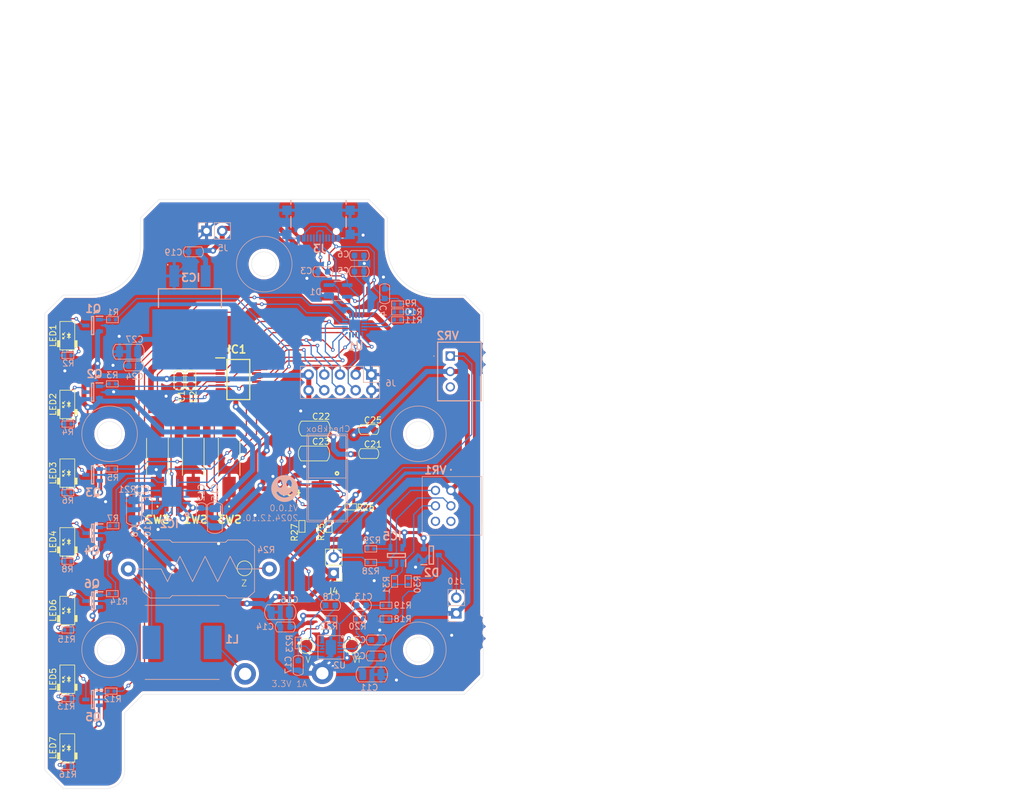
<source format=kicad_pcb>
(kicad_pcb (version 20240108) (generator "pcbnew") (generator_version "8.0")
  (layers (0 "F.Cu" signal) (31 "B.Cu" signal) (34 "B.Paste" user) (35 "F.Paste" user) (36 "B.SilkS" user "B.Silkscreen") (37 "F.SilkS" user "F.Silkscreen") (38 "B.Mask" user) (39 "F.Mask" user) (44 "Edge.Cuts" user))
  (net 0 "")
  (net 1 "GND")
  (net 2 "/analog/3V3")
  (net 3 "/interface/5V")
  (net 4 "Net-(C13-Pad1)")
  (net 5 "/analog/1V6")
  (net 6 "/analog/sigV")
  (net 7 "/mcu/1V6_TFlag")
  (net 8 "/mcu/1V6_IFlag")
  (net 9 "/analog/Z_TFlag")
  (net 10 "/analog/sigZ")
  (net 11 "/analog/Z_IFlag")
  (net 12 "/interface/STLINK_RST")
  (net 13 "/interface/PUSH_BTN")
  (net 14 "/interface/SUSPEND")
  (net 15 "/interface/SYNC")
  (net 16 "/interface/UART_CTS")
  (net 17 "/interface/STLINK_CLK")
  (net 18 "/interface/UART_TXD")
  (net 19 "/interface/UART_RXD")
  (net 20 "/interface/UART_RTS")
  (net 21 "/interface/STLINK_DIO")
  (net 22 "Net-(Q1-B)")
  (net 23 "Net-(Q2-B)")
  (net 24 "Net-(Q3-B)")
  (net 25 "Net-(Q4-B)")
  (net 26 "Net-(U1-VDD)")
  (net 27 "Net-(U2A-+)")
  (net 28 "Net-(U2A--)")
  (net 29 "Net-(U2B-+)")
  (net 30 "Net-(C18-Pad1)")
  (net 31 "Net-(D1-L2)")
  (net 32 "Net-(IC2-ISET)")
  (net 33 "/analog/V2p")
  (net 34 "Net-(IC4-+IN)")
  (net 35 "Net-(IC4-ISET)")
  (net 39 "Net-(L1-Pad2)")
  (net 40 "Net-(U1-VBUS)")
  (net 41 "Net-(U1-~{RST})")
  (net 45 "/analog/Zfreed")
  (net 46 "Net-(Q6-B)")
  (net 48 "Net-(U1-~{RXT}{slash}GPIO.3)")
  (net 49 "Net-(U1-~{TXT}{slash}GPIO.2)")
  (net 52 "Net-(LED1-A)")
  (net 53 "Net-(LED1-K)")
  (net 54 "Net-(LED2-A)")
  (net 55 "Net-(LED2-K)")
  (net 56 "Net-(LED3-K)")
  (net 57 "Net-(LED3-A)")
  (net 58 "Net-(LED4-A)")
  (net 59 "Net-(LED4-K)")
  (net 60 "Net-(LED5-K)")
  (net 61 "Net-(LED5-A)")
  (net 62 "Net-(LED6-K)")
  (net 63 "Net-(LED6-A)")
  (net 64 "Net-(LED7-K)")
  (net 65 "Net-(Q5-B)")
  (net 66 "Net-(D1-L1)")
  (net 67 "Net-(L1-Pad1)")
  (net 68 "Net-(D1-L3)")
  (net 69 "Net-(IC5--IN)")
  (net 70 "Net-(IC5-OUT)")
  (net 71 "Net-(IC5-+IN)")
  (net 72 "/analog/Signal_Input")
  (net 76 "/analog/PT1")
  (footprint "Mouser:SOP65P640X120-20N" (layer "F.Cu") (at 139.6 84.1)
    (property "Reference" "IC1")
    (property "Value" "STM32G051F8P6" (hide yes))
  )
  (footprint "Mouser:TL3302AF260QG" (layer "F.Cu") (at 138.1 96.625 90)
    (property "Reference" "SW3")
    (property "Value" "TL3302AF260QG" (hide yes))
  )
  (footprint "TestPoint:TestPoint_Pad_D2.0mm" (layer "F.Cu") (at 158 127.3)
    (property "Reference" "TP1" (hide yes))
    (property "Value" "Vf")
  )
  (footprint "TestPoint:TestPoint_Pad_D2.0mm" (layer "F.Cu") (at 140.6 114.7 180)
    (property "Reference" "TP2" (hide yes))
    (property "Value" "Z")
  )
  (footprint "Mouser:TL3302AF260QG" (layer "F.Cu") (at 132.3 96.625 90)
    (property "Reference" "SW1")
    (property "Value" "TL3302AF260QG" (hide yes))
  )
  (footprint "Mouser:TL3302AF260QG" (layer "F.Cu") (at 126.5 96.625 90)
    (property "Reference" "SW2")
    (property "Value" "TL3302AF260QG" (hide yes))
  )
  (footprint "PCM_LED_SMD_Handsoldering_AKL:LED_1206_3216Metric" (layer "F.Cu") (at 111.9 143.802 90)
    (property "Reference" "LED7")
    (property "Value" "LED_5mm" (hide yes))
  )
  (footprint "PCM_LED_SMD_Handsoldering_AKL:LED_1206_3216Metric" (layer "F.Cu") (at 111.9 88.13367 90)
    (property "Reference" "LED2")
    (property "Value" "LED_5mm" (hide yes))
  )
  (footprint "PCM_Capacitor_SMD_AKL:C_1206_3216Metric" (layer "F.Cu") (at 151.853 96.09 180)
    (property "Reference" "C23")
    (property "Value" "47u" (hide yes))
  )
  (footprint "Connector_PinHeader_2.54mm:PinHeader_1x02_P2.54mm_Vertical" (layer "F.Cu") (at 155.05 115.45 180)
    (property "Reference" "J4")
    (property "Value" "Conn_01x02")
  )
  (footprint "PCM_LED_SMD_Handsoldering_AKL:LED_1206_3216Metric" (layer "F.Cu") (at 111.9 77 90)
    (property "Reference" "LED1")
    (property "Value" "LED_5mm" (hide yes))
  )
  (footprint "PCM_Resistor_SMD_AKL:R_0402_1005Metric" (layer "F.Cu") (at 149.9 107.9 -90)
    (property "Reference" "R27")
    (property "Value" "7.68k" (hide yes))
  )
  (footprint "PCM_LED_SMD_Handsoldering_AKL:LED_1206_3216Metric" (layer "F.Cu") (at 111.9 121.534668 90)
    (property "Reference" "LED6")
    (property "Value" "LED_5mm" (hide yes))
  )
  (footprint "PCM_Capacitor_SMD_AKL:C_0603_1608Metric" (layer "F.Cu") (at 130 84.175 90)
    (property "Reference" "C1")
    (property "Value" "1u" (hide yes))
  )
  (footprint "PCM_Capacitor_SMD_AKL:C_0603_1608Metric" (layer "F.Cu") (at 160.725 92.2 180)
    (property "Reference" "C25")
    (property "Value" "100n" (hide yes))
  )
  (footprint "PCM_Capacitor_SMD_AKL:C_0603_1608Metric" (layer "F.Cu") (at 160.725 96.1 180)
    (property "Reference" "C21")
    (property "Value" "100n" (hide yes))
  )
  (footprint "PCM_LED_SMD_Handsoldering_AKL:LED_1206_3216Metric" (layer "F.Cu") (at 111.9 99.267336 90)
    (property "Reference" "LED3")
    (property "Value" "LED_5mm" (hide yes))
  )
  (footprint "PCM_LED_SMD_Handsoldering_AKL:LED_1206_3216Metric" (layer "F.Cu") (at 111.9 132.668334 90)
    (property "Reference" "LED5")
    (property "Value" "LED_5mm" (hide yes))
  )
  (footprint "TestPoint:TestPoint_Pad_D2.0mm" (layer "F.Cu") (at 150.6 127.3)
    (property "Reference" "TP3" (hide yes))
    (property "Value" "V")
  )
  (footprint "PCM_Capacitor_SMD_AKL:C_1206_3216Metric" (layer "F.Cu") (at 151.934 92.0415 180)
    (property "Reference" "C22")
    (property "Value" "47u" (hide yes))
  )
  (footprint "PCM_Resistor_SMD_AKL:R_0402_1005Metric" (layer "F.Cu") (at 154.274 107.916 -90)
    (property "Reference" "R25")
    (property "Value" "7.68k" (hide yes))
  )
  (footprint "PCM_Capacitor_SMD_AKL:C_0603_1608Metric" (layer "F.Cu") (at 131.9 84.2 90)
    (property "Reference" "C2")
    (property "Value" "100n" (hide yes))
  )
  (footprint "PCM_Resistor_SMD_AKL:R_0402_1005Metric" (layer "F.Cu") (at 157.784 104.736 180)
    (property "Reference" "R26")
    (property "Value" "7.68k" (hide yes))
  )
  (footprint "PCM_LED_SMD_Handsoldering_AKL:LED_1206_3216Metric" (layer "F.Cu") (at 111.9 110.401002 90)
    (property "Reference" "LED4")
    (property "Value" "LED_5mm" (hide yes))
  )
  (footprint "Mouser:QFN100P500X500X100-13N-D" (layer "F.Cu") (at 153.074 102.186 -90)
    (property "Reference" "IC4")
    (property "Value" "OPA567AIRHGT" (hide yes))
  )
  (footprint "PCM_Capacitor_SMD_AKL:C_0603_1608Metric" (layer "B.Cu") (at 153.284 66.63)
    (property "Reference" "C3")
    (property "Value" "4.7u" (hide yes))
  )
  (footprint "Mouser:WE-PD_744770218" (layer "B.Cu") (at 130.5 126.7)
    (property "Reference" "L1")
    (property "Value" "744770218" (hide yes))
  )
  (footprint "PCM_Capacitor_SMD_AKL:C_0603_1608Metric" (layer "B.Cu") (at 133.6 105.7 90)
    (property "Reference" "C12")
    (property "Value" "100n" (hide yes))
  )
  (footprint "PCM_Resistor_THT_US_AKL:R_Axial_DIN0918_L18.0mm_D9.0mm_P22.86mm_Horizontal" (layer "B.Cu") (at 144.63 114.8 180)
    (property "Reference" "R24")
    (property "Value" "3.3" (hide yes))
  )
  (footprint "PCM_Resistor_SMD_AKL:R_0402_1005Metric" (layer "B.Cu") (at 149.3 126.79 -90)
    (property "Reference" "R23")
    (property "Value" "4.99k" (hide yes))
  )
  (footprint "Connector_PinHeader_2.54mm:PinHeader_1x02_P2.54mm_Vertical" (layer "B.Cu") (at 174.9 122)
    (property "Reference" "J10")
    (property "Value" "Conn_01x02")
  )
  (footprint "PCM_Capacitor_SMD_AKL:C_0603_1608Metric" (layer "B.Cu") (at 161.925 128.9)
    (property "Reference" "C9")
    (property "Value" "100n" (hide yes))
  )
  (footprint "PCM_Capacitor_SMD_AKL:C_0603_1608Metric" (layer "B.Cu") (at 122.625 81.9 180)
    (property "Reference" "C24")
    (property "Value" "10uF, 16V" (hide yes))
  )
  (footprint "PCM_Capacitor_SMD_AKL:C_1206_3216Metric" (layer "B.Cu") (at 146.4 121.8 180)
    (property "Reference" "C16")
    (property "Value" "47u" (hide yes))
  )
  (footprint "PCM_Resistor_SMD_AKL:R_0402_1005Metric" (layer "B.Cu") (at 159.21 122.9 180)
    (property "Reference" "R20")
    (property "Value" "16.2k" (hide yes))
  )
  (footprint "PCM_Resistor_SMD_AKL:R_0402_1005Metric" (layer "B.Cu") (at 161.05 111.55)
    (property "Reference" "R29")
    (property "Value" "1k" (hide yes))
  )
  (footprint "PCM_Capacitor_SMD_AKL:C_0603_1608Metric" (layer "B.Cu") (at 159.17 66.594 180)
    (property "Reference" "C5")
    (property "Value" "4.7u" (hide yes))
  )
  (footprint "PCM_Resistor_SMD_AKL:R_0402_1005Metric" (layer "B.Cu") (at 111.99 135.8)
    (property "Reference" "R13")
    (property "Value" "330" (hide yes))
  )
  (footprint "PCM_Resistor_SMD_AKL:R_0402_1005Metric" (layer "B.Cu") (at 163.5 122.9)
    (property "Reference" "R18")
    (property "Value" "4.64k" (hide yes))
  )
  (footprint "Connector_PinHeader_2.54mm:PinHeader_1x02_P2.54mm_Vertical" (layer "B.Cu") (at 134.447293 60.018038 -90)
    (property "Reference" "J5")
    (property "Value" "Conn_01x02")
  )
  (footprint "Mouser:SOT95P237X125-3N" (layer "B.Cu") (at 116 109 180)
    (property "Reference" "Q4")
    (property "Value" "SMMBT3906LT3G" (hide yes))
  )
  (footprint "PCM_Capacitor_SMD_AKL:C_0603_1608Metric" (layer "B.Cu") (at 124.842 104.810738 90)
    (property "Reference" "C10")
    (property "Value" "100n" (hide yes))
  )
  (footprint "Mouser:QFN100P500X500X100-13N-D" (layer "B.Cu") (at 128.8 103.1 90)
    (property "Reference" "IC2")
    (property "Value" "OPA567AIRHGT" (hide yes))
  )
  (footprint "PCM_Package_DFN_QFN_AKL:DFN-8-1EP_3x3mm_P0.5mm_EP1.66x2.38mm" (layer "B.Cu") (at 154.585 127.495 180)
    (property "Reference" "U2")
    (property "Value" "ADA4661-2ACPZ-RL" (hide yes))
  )
  (footprint "Connector_PinSocket_2.54mm:PinSocket_2x05_P2.54mm_Vertical" (layer "B.Cu") (at 161.14 83.3 90)
    (property "Reference" "J6")
    (property "Value" "PINHD_2x5_Female")
  )
  (footprint "PCM_Resistor_SMD_AKL:R_0402_1005Metric" (layer "B.Cu") (at 119.1 98.6 180)
    (property "Reference" "R5")
    (property "Value" "1k" (hide yes))
  )
  (footprint "Mouser:ktw07182_logo" (layer "B.Cu") (at 147.1 101.8 180)
    (property "Reference" "Symbol1" (hide yes))
    (property "Value" "ktw07182@gmail.com" (hide yes))
  )
  (footprint "PCM_Resistor_SMD_AKL:R_0402_1005Metric" (layer "B.Cu") (at 111.99 124.68)
    (property "Reference" "R15")
    (property "Value" "330" (hide yes))
  )
  (footprint "PCM_Resistor_SMD_AKL:R_0402_1005Metric" (layer "B.Cu") (at 165.378 73.145 180)
    (property "Reference" "R10")
    (property "Value" "47.5k" (hide yes))
  )
  (footprint "PCM_Capacitor_SMD_AKL:C_0603_1608Metric" (layer "B.Cu") (at 161.925 126.3 180)
    (property "Reference" "C7")
    (property "Value" "10n" (hide yes))
  )
  (footprint "PCM_Capacitor_SMD_AKL:C_0603_1608Metric" (layer "B.Cu") (at 154.525 120.7 180)
    (property "Reference" "C18")
    (property "Value" "82n" (hide yes))
  )
  (footprint "PCM_Resistor_SMD_AKL:R_0402_1005Metric" (layer "B.Cu") (at 154.61 122.9 180)
    (property "Reference" "R22")
    (property "Value" "2.37k" (hide yes))
  )
  (footprint "Mouser:SOT95P237X125-3N" (layer "B.Cu") (at 116 86.15 180)
    (property "Reference" "Q2")
    (property "Value" "SMMBT3906LT3G" (hide yes))
  )
  (footprint "PCM_Capacitor_SMD_AKL:C_0603_1608Metric" (layer "B.Cu") (at 132.325 63.4 180)
    (property "Reference" "C19")
    (property "Value" "10uF, 16V" (hide yes))
  )
  (footprint "Mouser:PTD9011015FA203" (layer "B.Cu") (at 173.925 80.3)
    (property "Reference" "VR2")
    (property "Value" "PTD901-1215K-B103" (hide yes))
  )
  (footprint "PCM_Capacitor_SMD_AKL:C_0603_1608Metric" (layer "B.Cu") (at 149.3 130.425 90)
    (property "Reference" "C17")
    (property "Value" "15n" (hide yes))
  )
  (footprint "PCM_Resistor_SMD_AKL:R_0402_1005Metric" (layer "B.Cu") (at 119.3 107.8 180)
    (property "Reference" "R7")
    (property "Value" "1k" (hide yes))
  )
  (footprint "PCM_Capacitor_SMD_AKL:C_1206_3216Metric" (layer "B.Cu") (at 135.8 106.5 -90)
    (property "Reference" "C15")
    (property "Value" "47u" (hide yes))
  )
  (footprint "PCM_Resistor_SMD_AKL:R_0402_1005Metric" (layer "B.Cu") (at 119.21 74.4 180)
    (property "Reference" "R1")
    (property "Value" "1k" (hide yes))
  )
  (footprint "Package_TO_SOT_SMD:SOT-143_Handsoldering" (layer "B.Cu") (at 155.749 69.744)
    (property "Reference" "D1")
    (property "Value" "CD143A-SR05")
  )
  (footprint "Mouser:PAD_Hole_D2mm" (layer "B.Cu") (at 153.2 131.7 90)
    (property "Reference" "P4" (hide yes))
    (property "Value" "~")
  )
  (footprint "PCM_Resistor_SMD_AKL:R_0402_1005Metric" (layer "B.Cu") (at 111.99 113.56 180)
    (property "Reference" "R8")
    (property "Value" "330" (hide yes))
  )
  (footprint "PCM_Capacitor_SMD_AKL:C_0603_1608Metric" (layer "B.Cu") (at 159.525 120.7 180)
    (property "Reference" "C13")
    (property "Value" "15n" (hide yes))
  )
  (footprint "PCM_Resistor_SMD_AKL:R_0402_1005Metric" (layer "B.Cu") (at 167.1 116.8 90)
    (property "Reference" "R30")
    (property "Value" "2.7k" (hide yes))
  )
  (footprint "Mouser:SOT95P240X120-3N" (layer "B.Cu") (at 170.85 112.55)
    (property "Reference" "D2")
    (property "Value" "BAT54S" (hide yes))
  )
  (footprint "Mouser:PTD9022015KC504" (layer "B.Cu") (at 174.025 102.075)
    (property "Reference" "VR1")
    (property "Value" "PTD902-2015K-C504" (hide yes))
  )
  (footprint "PCM_Resistor_SMD_AKL:R_0402_1005Metric" (layer "B.Cu") (at 124.114 101.990738)
    (property "Reference" "R21")
    (property "Value" "7.68k" (hide yes))
  )
  (footprint "PCM_Resistor_SMD_AKL:R_0402_1005Metric" (layer "B.Cu") (at 111.99 146.8)
    (property "Reference" "R16")
    (property "Value" "330" (hide yes))
  )
  (footprint "Mouser:LD1085D2T33R" (layer "B.Cu") (at 131.76 77.6 -90)
    (property "Reference" "IC3")
    (property "Value" "LD1085D2T33R" (hide yes))
  )
  (footprint "PCM_Capacitor_SMD_AKL:C_0603_1608Metric" (layer "B.Cu") (at 147.2 124.2)
    (property "Reference" "C14")
    (property "Value" "100n" (hide yes))
  )
  (footprint "PCM_Resistor_SMD_AKL:R_0402_1005Metric" (layer "B.Cu") (at 111.99 102.44 180)
    (property "Reference" "R6")
    (property "Value" "330" (hide yes))
  )
  (footprint "PCM_Resistor_SMD_AKL:R_0402_1005Metric" (layer "B.Cu") (at 119.19 84.8 180)
    (property "Reference" "R3")
    (property "Value" "1k" (hide yes))
  )
  (footprint "Mouser:GSB1C41110SSHR" (layer "B.Cu") (at 152.58 57.785)
    (property "Reference" "J3")
    (property "Value" "GSB1C41110SSHR" (hide yes))
  )
  (footprint "PCM_Resistor_SMD_AKL:R_0402_1005Metric" (layer "B.Cu") (at 163.516383 120.694166 180)
    (property "Reference" "R19")
    (property "Value" "10k" (hide yes))
  )
  (footprint "PCM_Capacitor_SMD_AKL:C_1206_3216Metric" (layer "B.Cu") (at 122.692 105.206738 90)
    (property "Reference" "C8")
    (property "Value" "47u" (hide yes))
  )
  (footprint "Mouser:SOT95P237X125-3N" (layer "B.Cu") (at 116 99.55 180)
    (property "Reference" "Q3")
    (property "Value" "SMMBT3906LT3G" (hide yes))
  )
  (footprint "PCM_Capacitor_SMD_AKL:C_1206_3216Metric" (layer "B.Cu") (at 121.825 79.6 180)
    (property "Reference" "C27")
    (property "Value" "47u" (hide yes))
  )
  (footprint "PCM_Resistor_SMD_AKL:R_0402_1005Metric" (layer "B.Cu") (at 111.99 91.32 180)
    (property "Reference" "R4")
    (property "Value" "330" (hide yes))
  )
  (footprint "PCM_Resistor_SMD_AKL:R_0402_1005Metric" (layer "B.Cu") (at 165.378 71.873)
    (property "Reference" "R9")
    (property "Value" "22.1k" (hide yes))
  )
  (footprint "PCM_Capacitor_SMD_AKL:C_0603_1608Metric" (layer "B.Cu") (at 159.17 64 180)
    (property "Reference" "C6")
    (property "Value" "100n" (hide yes))
  )
  (footprint "PCM_Resistor_SMD_AKL:R_0402_1005Metric" (layer "B.Cu") (at 165.378 74.423)
    (property "Reference" "R11")
    (property "Value" "1k" (hide yes))
  )
  (footprint "PCM_Resistor_SMD_AKL:R_0402_1005Metric" (layer "B.Cu") (at 164.9 116.8 -90)
    (property "Reference" "R31")
    (property "Value" "2.7k" (hide yes))
  )
  (footprint "PCM_Capacitor_SMD_AKL:C_1206_3216Metric" (layer "B.Cu") (at 161.225 131.9 180)
    (property "Reference" "C11")
    (property "Value" "47u" (hide yes))
  )
  (footprint "PCM_Resistor_SMD_AKL:R_0402_1005Metric" (layer "B.Cu") (at 161.05 113.75)
    (property "Reference" "R28")
    (property "Value" "1k" (hide yes))
  )
  (footprint "PCM_Resistor_SMD_AKL:R_0402_1005Metric" (layer "B.Cu") (at 111.99 80.2 180)
    (property "Reference" "R2")
    (property "Value" "330" (hide yes))
  )
  (footprint "Mouser:SOT95P237X125-3N" (layer "B.Cu") (at 116 120 180)
    (property "Reference" "Q6")
    (property "Value" "SMMBT3906LT3G" (hide yes))
  )
  (footprint "Mouser:SOT95P237X125-3N" (layer "B.Cu") (at 116 75.35 180)
    (property "Reference" "Q1")
    (property "Value" "SMMBT3906LT3G" (hide yes))
  )
  (footprint "PCM_Capacitor_SMD_AKL:C_0603_1608Metric" (layer "B.Cu") (at 163.3 70.2 -90)
    (property "Reference" "C4")
    (property "Value" "100n" (hide yes))
  )
  (footprint "Mouser:PAD_Hole_D2mm" (layer "B.Cu") (at 140.7 131.8 90)
    (property "Reference" "P3" (hide yes))
    (property "Value" "~")
  )
  (footprint "Mouser:CP2102NA02GQFN20" (layer "B.Cu") (at 158.42 75.288 -90)
    (property "Reference" "U1")
    (property "Value" "CP2102N-A02-GQFN20" (hide yes))
  )
  (footprint "PCM_Resistor_SMD_AKL:R_0402_1005Metric" (layer "B.Cu") (at 118.99 134.6)
    (property "Reference" "R12")
    (property "Value" "1k" (hide yes))
  )
  (footprint "PCM_Resistor_SMD_AKL:R_0402_1005Metric" (layer "B.Cu") (at 119.19 118.8)
    (property "Reference" "R14")
    (property "Value" "1k" (hide yes))
  )
  (footprint "Mouser:SOT95P237X125-3N" (layer "B.Cu") (at 116 135.95 180)
    (property "Reference" "Q5")
    (property "Value" "SMMBT3906LT3G" (hide yes))
  )
  (footprint "Mouser:SOT95P280X145-5N" (layer "B.Cu") (at 165.2 112.6 90)
    (property "Reference" "IC5")
    (property "Value" "OPA388IDBVR" (hide yes))
  )
  (gr_circle (center 168.748055 127.9) (end 164.248055 127.9) (stroke (width 0.1)) (fill none) (layer "B.SilkS"))
  (gr_circle (center 143.798055 65.401504) (end 139.298055 65.401504) (stroke (width 0.1)) (fill none) (layer "B.SilkS"))
  (gr_circle (center 118.75 127.9) (end 114.25 127.9) (stroke (width 0.1)) (fill none) (layer "B.SilkS"))
  (gr_circle (center 118.75 92.9) (end 114.25 92.9) (stroke (width 0.1)) (fill none) (layer "B.SilkS"))
  (gr_rect (start 150.698 92.946) (end 157.302 107.17) (stroke (width 0.1)) (fill none) (layer "B.SilkS"))
  (gr_rect (start 150.952 93.2) (end 157.048 106.916) (stroke (width 0.1)) (fill none) (layer "B.SilkS"))
  (gr_circle (center 168.748055 92.9) (end 164.248055 92.9) (stroke (width 0.1)) (fill none) (layer "B.SilkS"))
  (gr_rect (start 150.952 93.2) (end 157.048 100.058) (stroke (width 0.1)) (fill none) (layer "B.SilkS"))
  (gr_line (start 108.25 147.4) (end 108.25 73.4) (stroke (width 0.05)) (layer "Edge.Cuts"))
  (gr_line (start 115.75 70.4) (end 111.25 70.4) (stroke (width 0.05)) (layer "Edge.Cuts"))
  (gr_arc (start 123.75 62.4) (mid 121.406854 68.056854) (end 115.75 70.4) (stroke (width 0.05)) (layer "Edge.Cuts"))
  (gr_circle (center 118.75 92.9) (end 118.75 90.9) (stroke (width 0.05)) (fill none) (layer "Edge.Cuts"))
  (gr_line (start 176.25 135.1) (end 179.25 132.1) (stroke (width 0.05)) (layer "Edge.Cuts"))
  (gr_line (start 171.75 70.4) (end 176.25 70.4) (stroke (width 0.05)) (layer "Edge.Cuts"))
  (gr_line (start 163.75 62.4) (end 163.75 57.9) (stroke (width 0.05)) (layer "Edge.Cuts"))
  (gr_circle (center 118.75 127.9) (end 118.75 125.9) (stroke (width 0.05)) (fill none) (layer "Edge.Cuts"))
  (gr_line (start 179.25 77.675) (end 179.25 73.4) (stroke (width 0.05)) (layer "Edge.Cuts"))
  (gr_line (start 121.2 147.4) (end 121.2 138.1) (stroke (width 0.05)) (layer "Edge.Cuts"))
  (gr_line (start 126.75 54.9) (end 160.75 54.9) (stroke (width 0.05)) (layer "Edge.Cuts"))
  (gr_line (start 160.75 54.9) (end 163.75 57.9) (stroke (width 0.05)) (layer "Edge.Cuts"))
  (gr_circle (center 168.75 127.9) (end 168.75 125.9) (stroke (width 0.05)) (fill none) (layer "Edge.Cuts"))
  (gr_line (start 179.25 132.1) (end 179.25 128.1) (stroke (width 0.05)) (layer "Edge.Cuts"))
  (gr_line (start 111.25 150.4) (end 108.25 147.4) (stroke (width 0.05)) (layer "Edge.Cuts"))
  (gr_line (start 179.25 77.675) (end 179.25 83.675) (stroke (width 0.05)) (layer "Edge.Cuts"))
  (gr_line (start 123.75 57.9) (end 126.75 54.9) (stroke (width 0.05)) (layer "Edge.Cuts"))
  (gr_circle (center 168.75 92.9) (end 168.75 90.9) (stroke (width 0.05)) (fill none) (layer "Edge.Cuts"))
  (gr_arc (start 171.75 70.4) (mid 166.093146 68.056854) (end 163.75 62.4) (stroke (width 0.05)) (layer "Edge.Cuts"))
  (gr_line (start 108.25 73.4) (end 111.25 70.4) (stroke (width 0.05)) (layer "Edge.Cuts"))
  (gr_circle (center 143.75 65.4) (end 143.75 63.4) (stroke (width 0.05)) (fill none) (layer "Edge.Cuts"))
  (gr_line (start 179.25 122.1) (end 179.25 128.1) (stroke (width 0.05)) (layer "Edge.Cuts"))
  (gr_line (start 123.75 62.4) (end 123.75 57.9) (stroke (width 0.05)) (layer "Edge.Cuts"))
  (gr_line (start 124.2 135.1) (end 121.2 138.1) (stroke (width 0.05)) (layer "Edge.Cuts"))
  (gr_line (start 176.25 70.4) (end 179.25 73.4) (stroke (width 0.05)) (layer "Edge.Cuts"))
  (gr_line (start 179.25 122.1) (end 179.25 83.675) (stroke (width 0.05)) (layer "Edge.Cuts"))
  (gr_line (start 118.2 150.4) (end 111.25 150.4) (stroke (width 0.05)) (layer "Edge.Cuts"))
  (gr_line (start 176.25 135.1) (end 124.2 135.1) (stroke (width 0.05)) (layer "Edge.Cuts"))
  (gr_arc (start 121.2 147.4) (mid 120.32132 149.52132) (end 118.2 150.4) (stroke (width 0.05)) (layer "Edge.Cuts"))
  (gr_text "3.3V 1A" (at 144.9 134 0) (layer "B.SilkS") (effects (font (size 1 1) (thickness 0.1)) (justify left bottom)))
  (gr_text "V1.0.0 \n2024.12.10." (at 149.386 107.134 0) (layer "B.SilkS") (effects (font (size 1 1) (thickness 0.1)) (justify left bottom mirror)))
  (gr_text "CheckBox" (at 157.81 92.692 0) (layer "B.SilkS") (effects (font (size 1 1) (thickness 0.1)) (justify left bottom mirror)))
  (gr_text "V" (at 150.4 130.1 0) (layer "F.SilkS") (effects (font (size 1 1) (thickness 0.1)) (justify left bottom)))
  (gr_text "Vf" (at 158 130.1 0) (layer "F.SilkS") (effects (font (size 1 1) (thickness 0.1)) (justify left bottom)))
  (gr_text "Z" (at 140 117.7 0) (layer "F.SilkS") (effects (font (size 1 1) (thickness 0.1)) (justify left bottom)))
  (segment (start 154.274 108.426) (end 157.674 108.426) (width 0.3) (layer "F.Cu") (net 1))
  (segment (start 138.1 101.55) (end 138.1 101.9) (width 0.3) (layer "F.Cu") (net 1))
  (segment (start 161.172 91.872) (end 161.5 92.2) (width 0.3) (layer "F.Cu") (net 1))
  (segment (start 161.3 107.1) (end 162.7 108.5) (width 0.3) (layer "F.Cu") (net 1))
  (segment (start 133.5 107.9) (end 136.4 110.8) (width 0.3) (layer "F.Cu") (net 1))
  (segment (start 152 69) (end 150.7 67.7) (width 0.3) (layer "F.Cu") (net 1))
  (segment (start 119.4 86.1) (end 119.4 82) (width 0.3) (layer "F.Cu") (net 1))
  (segment (start 120.3 77.1) (end 120.2 77.2) (width 0.3) (layer "F.Cu") (net 1))
  (segment (start 157.2 129.2) (end 158.4 130.4) (width 0.3) (layer "F.Cu") (net 1))
  (segment (start 118.4 77.2) (end 112.8 82.8) (width 0.3) (layer "F.Cu") (net 1))
  (segment (start 160 66.5) (end 157.5 69) (width 0.3) (layer "F.Cu") (net 1))
  (segment (start 146.3 99.8) (end 147.9 98.2) (width 0.3) (layer "F.Cu") (net 1))
  (segment (start 157.5 69) (end 152 69) (width 0.3) (layer "F.Cu") (net 1))
  (segment (start 162.7 108.5) (end 162.7 111.3) (width 0.3) (layer "F.Cu") (net 1))
  (segment (start 150.459 96.009) (end 150.378 96.09) (width 0.3) (layer "F.Cu") (net 1))
  (segment (start 149.9 108.41) (end 144.61 108.41) (width 0.3) (layer "F.Cu") (net 1))
  (segment (start 168.3 114.5) (end 171 114.5) (width 0.3) (layer "F.Cu") (net 1))
  (segment (start 132.3 101.55) (end 133.5 102.75) (width 0.3) (layer "F.Cu") (net 1))
  (segment (start 161.9 65.3) (end 160 65.3) (width 0.3) (layer "F.Cu") (net 1))
  (segment (start 147.9 98.2) (end 150.3 98.2) (width 0.3) (layer "F.Cu") (net 1))
  (segment (start 150.459 90.059) (end 149.7 89.3) (width 0.3) (layer "F.Cu") (net 1))
  (segment (start 158.4 130.4) (end 162 130.4) (width 0.3) (layer "F.Cu") (net 1))
  (segment (start 160 65.3) (end 160 60.9) (width 0.3) (layer "F.Cu") (net 1))
  (segment (start 150.4 98.2) (end 150.378 98.178) (width 0.3) (layer "F.Cu") (net 1))
  (segment (start 150.378 96.09) (end 150.378 98.178) (width 0.3) (layer "F.Cu") (net 1))
  (segment (start 147.7 107.9) (end 148.2 108.4) (width 0.3) (layer "F.Cu") (net 1))
  (segment (start 157.674 108.426) (end 159 107.1) (width 0.3) (layer "F.Cu") (net 1))
  (segment (start 163.79 83.41) (end 161.172 83.41) (width 0.3) (layer "F.Cu") (net 1))
  (segment (start 133.825 83.775) (end 132.625 84.975) (width 0.3) (layer "F.Cu") (net 1))
  (segment (start 121.6 102.8) (end 120.4 104) (width 0.3) (layer "F.Cu") (net 1))
  (segment (start 171.4 114.1) (end 171.4 109.4) (width 0.3) (layer "F.Cu") (net 1))
  (segment (start 150.724 101.186) (end 149.514 101.186) (width 0.3) (layer "F.Cu") (net 1))
  (segment (start 150.459 92.0415) (end 150.459 96.009) (width 0.3) (layer "F.Cu") (net 1))
  (segment (start 160 60.9) (end 159.8 60.7) (width 0.3) (layer "F.Cu") (net 1))
  (segment (start 133.5 102.75) (end 133.5 107.9) (width 0.3) (layer "F.Cu") (net 1))
  (segment (start 167.4 79.8) (end 163.79 83.41) (width 0.3) (layer "F.Cu") (net 1))
  (segment (start 138.1 101.9) (end 142.3 106.1) (width 0.3) (layer "F.Cu") (net 1))
  (segment (start 130.025 84.975) (end 130 84.95) (width 0.3) (layer "F.Cu") (net 1))
  (segment (start 171 114.5) (end 171.4 114.1) (width 0.3) (layer "F.Cu") (net 1))
  (segment (start 163.1 68.8) (end 167.4 73.1) (width 0.3) (layer "F.Cu") (net 1))
  (segment (start 163.1 67.5) (end 163.1 68.8) (width 0.3) (layer "F.Cu") (net 1))
  (segment (start 164.4 132.8) (end 165.2 132.8) (width 0.3) (layer "F.Cu") (net 1))
  (segment (start 174.15 125.55) (end 168.3 119.7) (width 0.3) (layer "F.Cu") (net 1))
  (segment (start 128.15 86.8) (end 127.9 86.8) (width 0.3) (layer "F.Cu") (net 1))
  (segment (start 132.625 84.975) (end 131.9 84.975) (width 0.3) (layer "F.Cu") (net 1))
  (segment (start 130 84.95) (end 128.15 86.8) (width 0.3) (layer "F.Cu") (net 1))
  (segment (start 162.7 111.3) (end 161.6 112.4) (width 0.3) (layer "F.Cu") (net 1))
  (segment (start 126.5 108.3) (end 126.5 101.55) (width 0.3) (layer "F.Cu") (net 1))
  (segment (start 144.61 108.41) (end 142.3 106.1) (width 0.3) (layer "F.Cu") (net 1))
  (segment (start 126.6 108.4) (end 126.5 108.3) (width 0.3) (layer "F.Cu") (net 1))
  (segment (start 161.5 99.5) (end 161.5 96.1) (width 0.3) (layer "F.Cu") (net 1))
  (segment (start 168.3 119.7) (end 168.3 114.5) (width 0.3) (layer "F.Cu") (net 1))
  (segment (start 160 65.3) (end 160 66.5) (width 0.3) (layer "F.Cu") (net 1))
  (segment (start 159 107.1) (end 161.3 107.1) (width 0.3) (layer "F.Cu") (net 1))
  (segment (start 126.5 98.9) (end 126.3 98.7) (width 0.3) (layer "F.Cu") (net 1))
  (segment (start 150.724 102.186) (end 150.724 101.186) (width 0.3) (layer "F.Cu") (net 1))
  (segment (start 162 130.4) (end 164.4 132.8) (width 0.3) (layer "F.Cu") (net 1))
  (segment (start 136.662 83.775) (end 133.825 83.775) (width 0.3) (layer "F.Cu") (net 1))
  (segment (start 150.459 92.0415) (end 150.459 90.059) (width 0.3) (layer "F.Cu") (net 1))
  (segment (start 131.9 84.975) (end 130.025 84.975) (width 0.3) (layer "F.Cu") (net 1))
  (segment (start 168.3 114.5) (end 162.7 108.9) (width 0.3) (layer "F.Cu") (net 1))
  (segment (start 112.8 82.8) (end 111.5 82.8) (width 0.3) (layer "F.Cu") (net 1))
  (segment (start 163.1 67.5) (end 163.1 66.5) (width 0.3) (layer "F.Cu") (net 1))
  (segment (start 120.4 104) (end 118 104) (width 0.3) (layer "F.Cu") (net 1))
  (segment (start 162.7 108.9) (end 162.7 108.5) (width 0.3) (layer "F.Cu") (net 1))
  (segment (start 147.7 103) (end 147.7 107.9) (width 0.3) (layer "F.Cu") (net 1))
  (segment (start 161.5 92.2) (end 161.5 96.1) (width 0.3) (layer "F.Cu") (net 1))
  (segment (start 149.514 101.186) (end 147.7 103) (width 0.3) (layer "F.Cu") (net 1))
  (segment (start 145.2 99.8) (end 146.3 99.8) (width 0.3) (layer "F.Cu") (net 1))
  (segment (start 161.172 83.41) (end 161.172 85.95) (width 0.3) (layer "F.Cu") (net 1))
  (segment (start 120.2 77.2) (end 118.4 77.2) (width 0.3) (layer "F.Cu") (net 1))
  (segment (start 119.4 82) (end 119.3 81.9) (width 0.3) (layer "F.Cu") (net 1))
  (segment (start 167.4 73.1) (end 167.4 79.8) (width 0.3) (layer "F.Cu") (net 1))
  (segment (start 161.6 112.4) (end 161.6 116.7) (width 0.3) (layer "F.Cu") (net 1))
  (segment (start 161.172 85.95) (end 161.172 91.872) (width 0.3) (layer "F.Cu") (net 1))
  (segment (start 171.4 109.4) (end 161.5 99.5) (width 0.3) (layer "F.Cu") (net 1))
  (segment (start 126.5 101.55) (end 126.5 98.9) (width 0.3) (layer "F.Cu") (net 1))
  (segment (start 163.1 66.5) (end 161.9 65.3) (width 0.3) (layer "F.Cu") (net 1))
  (via (at 126.6 108.4) (size 1) (drill 0.5) (layers "F.Cu" "B.Cu") (net 1))
  (via (at 161.6 116.7) (size 1) (drill 0.5) (layers "F.Cu" "B.Cu") (net 1))
  (via (at 160 65.3) (size 1) (drill 0.5) (layers "F.Cu" "B.Cu") (net 1))
  (via (at 119.4 86.1) (size 1) (drill 0.5) (layers "F.Cu" "B.Cu") (net 1))
  (via (at 157.2 129.2) (size 1) (drill 0.5) (layers "F.Cu" "B.Cu") (net 1))
  (via (at 165.2 132.8) (size 1) (drill 0.5) (layers "F.Cu" "B.Cu") (net 1))
  (via (at 118.1 103.9) (size 1) (drill 0.5) (layers "F.Cu" "B.Cu") (net 1))
  (via (at 142.3 106.1) (size 1) (drill 0.5) (layers "F.Cu" "B.Cu") (net 1))
  (via (at 145.2 99.8) (size 1) (drill 0.5) (layers "F.Cu" "B.Cu") (net 1))
  (via (at 136.4 110.7) (size 1) (drill 0.5) (layers "F.Cu" "B.Cu") (net 1))
  (via (at 126.3 98.7) (size 1) (drill 0.5) (layers "F.Cu" "B.Cu") (net 1))
  (via (at 167.4 73.1) (size 1) (drill 0.5) (layers "F.Cu" "B.Cu") (net 1))
  (via (at 174.15 125.55) (size 1) (drill 0.5) (layers "F.Cu" "B.Cu") (net 1))
  (via (at 168.3 114.5) (size 1) (drill 0.5) (layers "F.Cu" "B.Cu") (net 1))
  (via (at 149.7 89.2) (size 1) (drill 0.5) (layers "F.Cu" "B.Cu") (net 1))
  (via (at 150.7 67.7) (size 1) (drill 0.5) (layers "F.Cu" "B.Cu") (net 1))
  (via (at 111.5 82.7) (size 1) (drill 0.5) (layers "F.Cu" "B.Cu") (net 1))
  (via (at 120.3 77.1) (size 1) (drill 0.5) (layers "F.Cu" "B.Cu") (net 1))
  (via (at 121.6 102.8) (size 1) (drill 0.5) (layers "F.Cu" "B.Cu") (net 1))
  (via (at 150.3 98.2) (size 1) (drill 0.5) (layers "F.Cu" "B.Cu") (net 1))
  (via (at 119.3 81.8) (size 1) (drill 0.5) (layers "F.Cu" "B.Cu") (net 1))
  (via (at 163.1 67.5) (size 1) (drill 0.5) (layers "F.Cu" "B.Cu") (net 1))
  (via (at 159.8 60.7) (size 1) (drill 0.5) (layers "F.Cu" "B.Cu") (net 1))
  (via (at 127.9 86.8) (size 1) (drill 0.5) (layers "F.Cu" "B.Cu") (net 1))
  (segment (start 122.692 103.731738) (end 121.760262 102.8) (width 0.3) (layer "B.Cu") (net 1))
  (segment (start 147.46 56.67) (end 137.795331 56.67) (width 0.3) (layer "B.Cu") (net 1))
  (segment (start 158.17 73.106396) (end 157.581802 72.518198) (width 0.3) (layer "B.Cu") (net 1))
  (segment (start 157.0825 61.2175) (end 157.7 60.6) (width 0.3) (layer "B.Cu") (net 1))
  (segment (start 127.9 87.2) (end 127.9 86.8) (width 0.3) (layer "B.Cu") (net 1))
  (segment (start 159 89.9) (end 161.172 87.728) (width 0.3) (layer "B.Cu") (net 1))
  (segment (start 169.2 113.5) (end 168.3 114.4) (width 0.3) (layer "B.Cu") (net 1))
  (segment (start 112.5 121.9) (end 112.5 124.68) (width 0.3) (layer "B.Cu") (net 1))
  (segment (start 174.6 130.3) (end 174.6 126) (width 0.3) (layer "B.Cu") (net 1))
  (segment (start 162.7 131.9) (end 162.7 128.9) (width 0.3) (layer "B.Cu") (net 1))
  (segment (start 131.55 64.995) (end 129.22 67.325) (width 0.3) (layer "B.Cu") (net 1))
  (segment (start 120.35 80.95) (end 120.35 79.6) (width 0.3) (layer "B.Cu") (net 1))
  (segment (start 163 116.7) (end 161.6 116.7) (width 0.3) (layer "B.Cu") (net 1))
  (segment (start 159.7 60.6) (end 159.8 60.7) (width 0.3) (layer "B.Cu") (net 1))
  (segment (start 124.906262 104.1) (end 124.842 104.035738) (width 0.3) (layer "B.Cu") (net 1))
  (segment (start 112.5 124.68) (end 112.5 135.8) (width 0.3) (layer "B.Cu") (net 1))
  (segment (start 165.2 113.85) (end 165.2 114.5) (width 0.3) (layer "B.Cu") (net 1))
  (segment (start 167.355 73.145) (end 167.4 73.1) (width 0.3) (layer "B.Cu") (net 1))
  (segment (start 163.6 132.8) (end 162.7 131.9) (width 0.3) (layer "B.Cu") (net 1))
  (segment (start 134.8 89) (end 129.7 89) (width 0.3) (layer "B.Cu") (net 1))
  (segment (start 147.4 86.9) (end 136.9 86.9) (width 0.3) (layer "B.Cu") (net 1))
  (segment (start 127.2 86.1) (end 119.4 86.1) (width 0.3) (layer "B.Cu") (net 1))
  (segment (start 148.09 61.23) (end 147.46 60.6) (width 0.3) (layer "B.Cu") (net 1))
  (segment (start 169.65 113.5) (end 169.2 113.5) (width 0.3) (layer "B.Cu") (net 1))
  (segment (start 154.7 89.9) (end 159 89.9) (width 0.3) (layer "B.Cu") (net 1))
  (segment (start 157.7 60.6) (end 157.7 56.67) (width 0.3) (layer "B.Cu") (net 1))
  (segment (start 150.7 67.3) (end 151.37 66.63) (width 0.3) (layer "B.Cu") (net 1))
  (segment (start 158.17 73.738) (end 158.17 73.106396) (width 0.3) (layer "B.Cu") (net 1))
  (segment (start 120.35 77.15) (end 120.3 77.1) (width 0.3) (layer "B.Cu") (net 1))
  (segment (start 111.48 91.32) (end 111.48 102.44) (width 0.3) (layer "B.Cu") (net 1))
  (segment (start 157.581802 72.518198) (end 156.273198 72.518198) (width 0.3) (layer "B.Cu") (net 1))
  (segment (start 149.38 61.23) (end 148.09 61.23) (width 0.3) (layer "B.Cu") (net 1))
  (segment (start 111.48 102.44) (end 111.48 113.56) (width 0.3) (layer "B.Cu") (net 1))
  (segment (start 154.249 70.494) (end 153.294 70.494) (width 0.3) (layer "B.Cu") (net 1))
  (segment (start 150.7 67.7) (end 150.7 67.3) (width 0.3) (layer "B.Cu") (net 1))
  (segment (start 163.3 69.425) (end 163.3 67.7) (width 0.3) (layer "B.Cu") (net 1))
  (segment (start 121.3 81.9) (end 120.35 80.95) (width 0.3) (layer "B.Cu") (net 1))
  (segment (start 157.7 60.6) (end 159.7 60.6) (width 0.3) (layer "B.Cu") (net 1))
  (segment (start 147.46 56.67) (end 147.46 60.6) (width 0.3) (layer "B.Cu") (net 1))
  (segment (start 134.447293 60.018038) (end 131.55 62.915331) (width 0.3) (layer "B.Cu") (net 1))
  (segment (start 158.17 75.038) (end 158.42 75.288) (width 0.3) (layer "B.Cu") (net 1))
  (segment (start 136.9 86.9) (end 134.8 89) (width 0.3) (layer "B.Cu") (net 1))
  (segment (start 159.17 76.038) (end 158.42 75.288) (width 0.3) (layer "B.Cu") (net 1))
  (segment (start 174.6 126) (end 174.15 125.55) (width 0.3) (layer "B.Cu") (net 1))
  (segment (start 126.3 98.7) (end 125.6 99.4) (width 0.3) (layer "B.Cu") (net 1))
  (segment (start 155.78 61.2175) (end 157.0825 61.2175) (width 0.3) (layer "B.Cu") (net 1))
  (segment (start 149.38 64.64) (end 151.37 66.63) (width 0.3) (layer "B.Cu") (net 1))
  (segment (start 150.3 94.3) (end 154.7 89.9) (width 0.3) (layer "B.Cu") (net 1))
  (segment (start 124.842 104.035738) (end 122.996 104.035738) (width 0.3) (layer "B.Cu") (net 1))
  (segment (start 159.945 66.594) (end 159.945 64) (width 0.3) (layer "B.Cu") (net 1))
  (segment (start 111.48 113.56) (end 111.48 120.88) (width 0.3) (layer "B.Cu") (net 1))
  (segment (start 159.9 78.5) (end 159.9 82.138) (width 0.3) (layer "B.Cu") (net 1))
  (segment (start 113.64 104.6) (end 111.48 102.44) (width 0.3) (layer "B.Cu") (net 1))
  (segment (start 152.509 69.691) (end 152.509 66.63) (width 0.3) (layer "B.Cu") (net 1))
  (segment (start 111.48 80.2) (end 111.48 91.32) (width 0.3) (layer "B.Cu") (net 1))
  (segment (start 129.7 89) (end 127.9 87.2) (width 0.3) (layer "B.Cu") (net 1))
  (segment (start 151.37 66.63) (end 152.509 66.63) (width 0.3) (layer "B.Cu") (net 1))
  (segment (start 127.9 86.8) (end 127.2 86.1) (width 0.3) (layer "B.Cu") (net 1))
  (segment (start 165.2 132.8) (end 163.6 132.8) (width 0.3) (layer "B.Cu") (net 1))
  (segment (start 119.3 80.65) (end 120.35 79.6) (width 0.3) (layer "B.Cu") (net 1))
  (segment (start 152.5 69.7) (end 152.509 69.691) (width 0.3) (layer "B.Cu") (net 1))
  (segment (start 153.294 70.494) (end 152.5 69.7) (width 0.3) (layer "B.Cu") (net 1))
  (segment (start 136.4 110.7) (end 137.7 110.7) (width 0.3) (layer "B.Cu") (net 1))
  (segment (start 120.7 99.4) (end 118.6 101.5) (width 0.3) (layer "B.Cu") (net 1))
  (segment (start 123.604 101.990738) (end 123.604 102.819738) (width 0.3) (layer "B.Cu") (net 1))
  (segment (start 121.760262 102.8) (end 121.5 102.8) (width 0.3) (layer "B.Cu") (net 1))
  (segment (start 159.17 76.838) (end 159.17 76.038) (width 0.3) (layer "B.Cu") (net 1))
  (segment (start 156.273198 72.518198) (end 154.249 70.494) (width 0.3) (layer "B.Cu") (net 1))
  (segment (start 159.17 77.77) (end 159.9 78.5) (width 0.3) (layer "B.Cu") (net 1))
  (segment (start 118.6 103.4) (end 117.4 104.6) (width 0.3) (layer "B.Cu") (net 1))
  (segment (start 125.6 99.4) (end 120.7 99.4) (width 0.3) (layer "B.Cu") (net 1))
  (segment (start 155.985 128.245) (end 156.745 128.245) (width 0.3) (layer "B.Cu") (net 1))
  (segment (start 120.35 79.6) (end 120.35 77.15) (width 0.3) (layer "B.Cu") (net 1))
  (segment (start 122.996 104.035738) (end 122.692 103.731738) (width 0.3) (layer "B.Cu") (net 1))
  (segment (start 126.45 104.1) (end 124.906262 104.1) (width 0.3) (layer "B.Cu") (net 1))
  (segment (start 165.888 73.145) (end 167.355 73.145) (width 0.3) (layer "B.Cu") (net 1))
  (segment (start 126.45 104.1) (end 126.45 103.1) (width 0.3) (layer "B.Cu") (net 1))
  (segment (start 165.2 132.8) (end 172.1 132.8) (width 0.3) (layer "B.Cu") (net 1))
  (segment (start 123.604 102.819738) (end 122.692 103.731738) (width 0.3) (layer "B.Cu") (net 1))
  (segment (start 136.4 110.7) (end 128.8 110.7) (width 0.3) (layer "B.Cu") (net 1))
  (segment (start 157.2 128.7) (end 157.2 129.2) (width 0.3) (layer "B.Cu") (net 1))
  (segment (start 128.8 110.7) (end 126.5 108.4) (width 0.3) (layer "B.Cu") (net 1))
  (segment (start 131.55 62.915331) (end 131.55 63.4) (width 0.3) (layer "B.Cu") (net 1))
  (segment (start 161.172 87.728) (end 161.172 85.95) (width 0.3) (layer "B.Cu") (net 1))
  (segment (start 159.9 82.138) (end 161.172 83.41) (width 0.3) (layer "B.Cu") (net 1))
  (segment (start 163.3 67.7) (end 163.1 67.5) (width 0.3) (layer "B.Cu") (net 1))
  (segment (start 137.795331 56.67) (end 134.447293 60.018038) (width 0.3) (layer "B.Cu") (net 1))
  (segment (start 121.85 81.9) (end 121.3 81.9) (width 0.3) (layer "B.Cu") (net 1))
  (segment (start 159.17 76.838) (end 159.17 77.77) (width 0.3) (layer "B.Cu") (net 1))
  (segment (start 145.2 103.2) (end 142.3 106.1) (width 0.3) (layer "B.Cu") (net 1))
  (segment (start 156.745 128.245) (end 157.2 128.7) (width 0.3) (layer "B.Cu") (net 1))
  (segment (start 149.38 61.23) (end 149.38 64.64) (width 0.3) (layer "B.Cu") (net 1))
  (segment (start 145.2 99.8) (end 145.2 103.2) (width 0.3) (layer "B.Cu") (net 1))
  (segment (start 131.55 63.4) (end 131.55 64.995) (width 0.3) (layer "B.Cu") (net 1))
  (segment (start 112.5 135.8) (end 112.5 146.8) (width 0.3) (layer "B.Cu") (net 1))
  (segment (start 149.7 89.2) (end 147.4 86.9) (width 0.3) (layer "B.Cu") (net 1))
  (segment (start 158.17 73.738) (end 158.17 75.038) (width 0.3) (layer "B.Cu") (net 1))
  (segment (start 118.6 101.5) (end 118.6 103.4) (width 0.3) (layer "B.Cu") (net 1))
  (segment (start 150.3 98.2) (end 150.3 94.3) (width 0.3) (layer "B.Cu") (net 1))
  (segment (start 137.7 110.7) (end 142.3 106.1) (width 0.3) (layer "B.Cu") (net 1))
  (segment (start 117.4 104.6) (end 113.64 104.6) (width 0.3) (layer "B.Cu") (net 1))
  (segment (start 111.48 120.88) (end 112.5 121.9) (width 0.3) (layer "B.Cu") (net 1))
  (segment (start 165.2 114.5) (end 163 116.7) (width 0.3) (layer "B.Cu") (net 1))
  (segment (start 172.1 132.8) (end 174.6 130.3) (width 0.3) (layer "B.Cu") (net 1))
  (segment (start 119.3 81.8) (end 119.3 80.65) (width 0.3) (layer "B.Cu") (net 1))
  (segment (start 154.9 93.5) (end 154.8675 93.5) (width 0.3) (layer "F.Cu") (net 2))
  (segment (start 128.9 83.4) (end 130 83.4) (width 0.3) (layer "F.Cu") (net 2))
  (segment (start 159.95 98.222) (end 156.986 101.186) (width 0.3) (layer "F.Cu") (net 2))
  (segment (start 116.8 81.5) (end 114.6 83.7) (width 0.8) (layer "F.Cu") (net 2))
  (segment (start 166.5 108.9) (end 168.7 108.9) (width 0.5) (layer "F.Cu") (net 2))
  (segment (start 154.5 98.5) (end 154.074 98.926) (width 0.3) (layer "F.Cu") (net 2))
  (segment (start 113.8 125.5) (end 113.8 130.1) (width 0.3) (layer "F.Cu") (net 2))
  (segment (start 115.2 89.8) (end 113.8 91.2) (width 0.3) (layer "F.Cu") (net 2))
  (segment (start 161.436 104.736) (end 158.294 104.736) (width 0.5) (layer "F.Cu") (net 2))
  (segment (start 131.9 83.425) (end 132.2 83.125) (width 0.3) (layer "F.Cu") (net 2))
  (segment (start 151.012 85.95) (end 151.012 87.312) (width 0.8) (layer "F.Cu") (net 2))
  (segment (start 151.012 87.312) (end 153.409 89.709) (width 0.8) (layer "F.Cu") (net 2))
  (segment (start 117.2 102.4) (end 116.2 103.4) (width 0.3) (layer "F.Cu") (net 2))
  (segment (start 114.6 83.7) (end 114.6 88) (width 0.8) (layer "F.Cu") (net 2))
  (segment (start 154.074 98.926) (end 154.074 99.836) (width 0.3) (layer "F.Cu") (net 2))
  (segment (start 117.4 98.6) (end 117.4 102.2) (width 0.3) (layer "F.Cu") (net 2))
  (segment (start 159.85 96.2) (end 159.95 96.1) (width 0.3) (layer "F.Cu") (net 2))
  (segment (start 165.6 108.9) (end 161.436 104.736) (width 0.5) (layer "F.Cu") (net 2))
  (segment (start 130.6 106.5) (end 130.6 106.6) (width 0.3) (layer "F.Cu") (net 2))
  (segment (start 113.8 91.2) (end 113.8 95) (width 0.3) (layer "F.Cu") (net 2))
  (segment (start 166.5 108.9) (end 165.6 108.9) (width 0.5) (layer "F.Cu") (net 2))
  (segment (start 159.95 96.1) (end 159.95 101.45) (width 0.5) (layer "F.Cu") (net 2))
  (segment (start 116.2 123.1) (end 113.8 125.5) (width 0.3) (layer "F.Cu") (net 2))
  (segment (start 152.7 122.5) (end 152.6 122.4) (width 0.3) (layer "F.Cu") (net 2))
  (segment (start 153.409 92.0415) (end 154.8675 93.5) (width 0.8) (layer "F.Cu") (net 2))
  (segment (start 158.294 103.106) (end 158.294 104.736) (width 0.5) (layer "F.Cu") (net 2))
  (segment (start 132.2 104.9) (end 130.6 106.5) (width 0.5) (layer "F.Cu") (net 2))
  (segment (start 117.4 102.2) (end 117.2 102.4) (width 0.3) (layer "F.Cu") (net 2))
  (segment (start 153.409 89.709) (end 153.409 92.0415) (width 0.8) (layer "F.Cu") (net 2))
  (segment (start 128.3 84) (end 128.9 83.4) (width 0.3) (layer "F.Cu") (net 2))
  (segment (start 152.6 122.4) (end 150 122.4) (width 0.5) (layer "F.Cu") (net 2))
  (segment (start 155.786 99.186) (end 155.1 98.5) (width 0.3) (layer "F.Cu") (net 2))
  (segment (start 151.012 83.41) (end 151.012 85.95) (width 0.8) (layer "F.Cu") (net 2))
  (segment (start 117 133.3) (end 117 139.8) (width 0.3) (layer "F.Cu") (net 2))
  (segment (start 153.8 123.6) (end 152.7 122.5) (width 0.5) (layer "F.Cu") (net 2))
  (segment (start 158.986 99.186) (end 155.786 99.186) (width 0.3) (layer "F.Cu") (net 2))
  (segment (start 156.986 101.186) (end 155.424 101.186) (width 0.3) (layer "F.Cu") (net 2))
  (segment (start 113.8 130.1) (end 117 133.3) (width 0.3) (layer "F.Cu") (net 2))
  (segment (start 115.2 88.6) (end 115.2 89.8) (width 0.3) (layer "F.Cu") (net 2))
  (segment (start 131.875 83.4) (end 131.9 83.425) (width 0.3) (layer "F.Cu") (net 2))
  (segment (start 116.2 103.4) (end 116.2 112.2) (width 0.3) (layer "F.Cu") (net 2))
  (segment (start 128 84) (end 128.3 84) (width 0.3) (layer "F.Cu") (net 2))
  (segment (start 132.2 83.125) (end 136.662 83.125) (width 0.3) (layer "F.Cu") (net 2))
  (segment (start 157.8 96.2) (end 159.85 96.2) (width 0.8) (layer "F.Cu") (net 2))
  (segment (start 114.6 88) (end 115.2 88.6) (width 0.8) (layer "F.Cu") (net 2))
  (segment (start 113.8 95) (end 117.4 98.6) (width 0.3) (layer "F.Cu") (net 2))
  (segment (start 153.8 124.9) (end 153.8 123.6) (width 0.5) (layer "F.Cu") (net 2))
  (segment (start 159.95 98.2) (end 159.95 98.222) (width 0.3) (layer "F.Cu") (net 2))
  (segment (start 168.7 108.9) (end 169.6 109.8) (width 0.5) (layer "F.Cu") (net 2))
  (segment (start 114.498 142.402) (end 117 139.9) (width 0.3) (layer "F.Cu") (net 2))
  (segment (start 116.2 112.2) (end 116.2 123.1) (width 0.3) (layer "F.Cu") (net 2))
  (segment (start 111.9 142.402) (end 114.498 142.402) (width 0.3) (layer "F.Cu") (net 2))
  (segment (start 130 83.4) (end 131.875 83.4) (width 0.3) (layer "F.Cu") (net 2))
  (segment (start 159.95 101.45) (end 158.294 103.106) (width 0.5) (layer "F.Cu") (net 2))
  (segment (start 155.1 98.5) (end 154.5 98.5) (width 0.3) (layer "F.Cu") (net 2))
  (via (at 115.2 88.6) (size 1) (drill 0.5) (layers "F.Cu" "B.Cu") (net 2))
  (via (at 117 139.9) (size 1) (drill 0.5) (layers "F.Cu" "B.Cu") (net 2))
  (via (at 157.8 96.2) (size 1) (drill 0.5) (layers "F.Cu" "B.Cu") (net 2))
  (via (at 116.8 81.5) (size 1) (drill 0.5) (layers "F.Cu" "B.Cu") (net 2))
  (via (at 169.6 109.8) (size 1) (drill 0.5) (layers "F.Cu" "B.Cu") (net 2))
  (via (at 153.8 124.9) (size 1) (drill 0.5) (layers "F.Cu" "B.Cu") (net 2))
  (via (at 166.5 108.9) (size 1) (drill 0.5) (layers "F.Cu" "B.Cu") (net 2))
  (via (at 128 84) (size 1) (drill 0.5) (layers "F.Cu" "B.Cu") (net 2))
  (via (at 116 122.4) (size 1) (drill 0.5) (layers "F.Cu" "B.Cu") (net 2))
  (via (at 117.2 102.4) (size 1) (drill 0.5) (layers "F.Cu" "B.Cu") (net 2))
  (via (at 150.1 122.4) (size 1) (drill 0.5) (layers "F.Cu" "B.Cu") (net 2))
  (via (at 155 93.4) (size 1) (drill 0.5) (layers "F.Cu" "B.Cu") (net 2))
  (via (at 132.2 104.9) (size 1) (drill 0.5) (layers "F.Cu" "B.Cu") (net 2))
  (via (at 116.2 112.2) (size 1) (drill 0.5) (layers "F.Cu" "B.Cu") (net 2))
  (via (at 130.6 106.6) (size 1) (drill 0.5) (layers "F.Cu" "B.Cu") (net 2))
  (via (at 158.6 102.8) (size 1) (drill 0.5) (layers "F.Cu" "B.Cu") (net 2))
  (segment (start 169.65 111.6) (end 169.65 109.95) (width 0.5) (layer "B.Cu") (net 2))
  (segment (start 117.1 100.5) (end 117.2 100.6) (width 0.3) (layer "B.Cu") (net 2))
  (segment (start 122.4 87.6) (end 117.6 87.6) (width 0.8) (layer "B.Cu") (net 2))
  (segment (start 117.1 139.7) (end 117.1 136.9) (width 0.3) (layer "B.Cu") (net 2))
  (segment (start 117.1 87.6) (end 117.1 87.1) (width 0.8) (layer "B.Cu") (net 2))
  (segment (start 133.6 104.925) (end 132.225 104.925) (width 0.5) (layer "B.Cu") (net 2))
  (segment (start 142.69 83.41) (end 151.012 83.41) (width 0.8) (layer "B.Cu") (net 2))
  (segment (start 129.8 105.8) (end 130.6 106.6) (width 0.5) (layer "B.Cu") (net 2))
  (segment (start 150.1 123.2) (end 149.1 124.2) (width 0.5) (layer "B.Cu") (net 2))
  (segment (start 147.875 121.8) (end 147.875 113.525) (width 0.5) (layer "B.Cu") (net 2))
  (segment (start 116.8 76.6) (end 117.1 76.3) (width 0.8) (layer "B.Cu") (net 2))
  (segment (start 123.4 82.5) (end 122.4 83.5) (width 0.8) (layer "B.Cu") (net 2))
  (segment (start 124.2 77.6) (end 131.76 77.6) (width 0.8) (layer "B.Cu") (net 2))
  (segment (start 128 84) (end 142.1 84) (width 0.8) (layer "B.Cu") (net 2))
  (segment (start 155 95.4) (end 155 93.4) (width 0.8) (layer "B.Cu") (net 2))
  (segment (start 142.1 84) (end 142.69 83.41) (width 0.8) (layer "B.Cu") (net 2))
  (segment (start 123.375 81.5) (end 123.375 78.425) (width 0.8) (layer "B.Cu") (net 2))
  (segment (start 117 139.9) (end 117 139.8) (width 0.3) (layer "B.Cu") (net 2))
  (segment (start 122.4 83.5) (end 117.5 83.5) (width 0.8) (layer "B.Cu") (net 2))
  (segment (start 116.1 88.6) (end 117.1 87.6) (width 0.8) (layer "B.Cu") (net 2))
  (segment (start 132.225 104.925) (end 131.4 104.1) (width 0.5) (layer "B.Cu") (net 2))
  (segment (start 147.875 124.1) (end 147.975 124.2) (width 0.3) (layer "B.Cu") (net 2))
  (segment (start 153.194418 125.505582) (end 153.8 124.9) (width 0.5) (layer "B.Cu") (net 2))
  (segment (start 128 84) (end 125.875 84) (width 0.8) (layer "B.Cu") (net 2))
  (segment (start 135.8 104.9) (end 141.9 98.8) (width 0.8) (layer "B.Cu") (net 2))
  (segment (start 133.7 105.025) (end 133.6 104.925) (width 0.3) (layer "B.Cu") (net 2))
  (segment (start 155.8 96.2) (end 155 95.4) (width 0.8) (layer "B.Cu") (net 2))
  (segment (start 117.6 87.6) (end 117.1 87.1) (width 0.8) (layer "B.Cu") (net 2))
  (segment (start 147.875 121.8) (end 147.875 124.1) (width 0.5) (layer "B.Cu") (net 2))
  (segment (start 157.8 96.2) (end 155.8 96.2) (width 0.8) (layer "B.Cu") (net 2))
  (segment (start 123.4 81.9) (end 123.4 82.5) (width 0.8) (layer "B.Cu") (net 2))
  (segment (start 141.9 95) (end 139.5 92.6) (width 0.8) (layer "B.Cu") (net 2))
  (segment (start 117.1 102.3) (end 117.2 102.4) (width 0.3) (layer "B.Cu") (net 2))
  (segment (start 147.875 113.525) (end 158.6 102.8) (width 0.5) (layer "B.Cu") (net 2))
  (segment (start 129.8 105.45) (end 129.8 105.8) (width 0.3) (layer "B.Cu") (net 2))
  (segment (start 135.8 105.025) (end 133.7 105.025) (width 0.5) (layer "B.Cu") (net 2))
  (segment (start 139.5 92.6) (end 127.4 92.6) (width 0.8) (layer "B.Cu") (net 2))
  (segment (start 125.875 84) (end 123.375 81.5) (width 0.8) (layer "B.Cu") (net 2))
  (segment (start 166.5 111) (end 166.15 111.35) (width 0.5) (layer "B.Cu") (net 2))
  (segment (start 149.1 124.2) (end 147.975 124.2) (width 0.5) (layer "B.Cu") (net 2))
  (segment (start 150.1 122.4) (end 150.1 123.2) (width 0.5) (layer "B.Cu") (net 2))
  (segment (start 117 139.8) (end 117.1 139.7) (width 0.3) (layer "B.Cu") (net 2))
  (segment (start 117.1 100.5) (end 117.1 102.3) (width 0.3) (layer "B.Cu") (net 2))
  (segment (start 166.5 108.9) (end 166.5 111) (width 0.5) (layer "B.Cu") (net 2))
  (segment (start 117.1 111.3) (end 117.1 109.95) (width 0.3) (layer "B.Cu") (net 2))
  (segment (start 115.2 88.6) (end 116.1 88.6) (width 0.8) (layer "B.Cu") (net 2))
  (segment (start 116.8 82.8) (end 116.8 76.6) (width 0.8) (layer "B.Cu") (net 2))
  (segment (start 131.4 104.1) (end 131.15 104.1) (width 0.3) (layer "B.Cu") (net 2))
  (segment (start 169.65 109.95) (end 169.6 109.9) (width 0.3) (layer "B.Cu") (net 2))
  (segment (start 141.9 98.8) (end 141.9 95) (width 0.8) (layer "B.Cu") (net 2))
  (segment (start 116 122.4) (end 116 122.05) (width 0.3) (layer "B.Cu") (net 2))
  (segment (start 116.2 112.2) (end 117.1 111.3) (width 0.3) (layer "B.Cu") (net 2))
  (segment (start 116 122.05) (end 117.1 120.95) (width 0.3) (layer "B.Cu") (net 2))
  (segment (start 153.194418 126.518605) (end 153.194418 125.505582) (width 0.5) (layer "B.Cu") (net 2))
  (segment (start 127.4 92.6) (end 122.4 87.6) (width 0.8) (layer "B.Cu") (net 2))
  (segment (start 123.375 78.425) (end 124.2 77.6) (width 0.8) (layer "B.Cu") (net 2))
  (segment (start 117.5 83.5) (end 116.8 82.8) (width 0.8) (layer "B.Cu") (net 2))
  (segment (start 158.632 83.41) (end 158.632 82.668) (width 0.25) (layer "F.Cu") (net 3))
  (segment (start 161.7 73.6) (end 158.1 73.6) (width 0.8) (layer "F.Cu") (net 3))
  (segment (start 136.987293 60.018038) (end 136.987293 61.612707) (width 0.8) (layer "F.Cu") (net 3))
  (segment (start 158.632 82.668) (end 160.2 81.1) (width 0.8) (layer "F.Cu") (net 3))
  (segment (start 158.1 73.6) (end 155.4 70.9) (width 0.8) (layer "F.Cu") (net 3))
  (segment (start 163.5 81.1) (end 165 79.6) (width 0.8) (layer "F.Cu") (net 3))
  (segment (start 146.3 59.6) (end 137.405331 59.6) (width 0.8) (layer "F.Cu") (net 3))
  (segment (start 160.2 81.1) (end 163.5 81.1) (width 0.8) (layer "F.Cu") (net 3))
  (segment (start 149.3 62.6) (end 146.3 59.6) (width 0.8) (layer "F.Cu") (net 3))
  (segment (start 149.3 68.4) (end 149.3 62.6) (width 0.8) (layer "F.Cu") (net 3))
  (segment (start 137.405331 59.6) (end 136.987293 60.018038) (width 0.8) (layer "F.Cu") (net 3))
  (segment (start 165 76.9) (end 161.7 73.6) (width 0.8) (layer "F.Cu") (net 3))
  (segment (start 155.4 70.9) (end 151.8 70.9) (width 0.8) (layer "F.Cu") (net 3))
  (segment (start 165 79.6) (end 165 76.9) (width 0.8) (layer "F.Cu") (net 3))
  (segment (start 151.8 70.9) (end 149.3 68.4) (width 0.8) (layer "F.Cu") (net 3))
  (segment (start 136.987293 61.612707) (end 135.4 63.2) (width 0.8) (layer "F.Cu") (net 3))
  (via (at 135.5 63.2) (size 1) (drill 0.5) (layers "F.Cu" "B.Cu") (net 3))
  (segment (start 133.1 63.4) (end 133.1 63.5) (width 0.25) (layer "B.Cu") (net 3))
  (segment (start 135.5 63.2) (end 133.3 63.2) (width 0.8) (layer "B.Cu") (net 3))
  (segment (start 133.1 63.5) (end 134.3 64.7) (width 0.8) (layer "B.Cu") (net 3))
  (segment (start 133.3 63.2) (end 133.1 63.4) (width 0.25) (layer "B.Cu") (net 3))
  (segment (start 134.3 64.7) (end 134.3 67.325) (width 0.8) (layer "B.Cu") (net 3))
  (segment (start 160.3 120.7) (end 163.000549 120.7) (width 0.2) (layer "B.Cu") (net 4))
  (segment (start 160.3 121.4) (end 160.3 120.7) (width 0.2) (layer "B.Cu") (net 4))
  (segment (start 163.000549 120.7) (end 163.006383 120.694166) (width 0.2) (layer "B.Cu") (net 4))
  (segment (start 159.72 121.98) (end 160.3 121.4) (width 0.2) (layer "B.Cu") (net 4))
  (segment (start 159.72 122.9) (end 159.72 121.98) (width 0.2) (layer "B.Cu") (net 4))
  (segment (start 153.074 96.344) (end 153.328 96.09) (width 0.3) (layer "F.Cu") (net 5))
  (segment (start 151.838 99.6) (end 152.074 99.836) (width 0.8) (layer "F.Cu") (net 5))
  (segment (start 128.95 114.55) (end 134.8 120.4) (width 0.8) (layer "F.Cu") (net 5))
  (segment (start 143.2 101.3) (end 143.6 100.9) (width 0.8) (layer "F.Cu") (net 5))
  (segment (start 174.025 102.075) (end 176.7 99.4) (width 0.8) (layer "F.Cu") (net 5))
  (segment (start 153.074 104.536) (end 153.074 102.186) (width 0.8) (layer "F.Cu") (net 5))
  (segment (start 136.662 85.725) (end 138.025 85.725) (width 0.3) (layer "F.Cu") (net 5))
  (segment (start 152.074 99.836) (end 152.31 99.6) (width 0.8) (layer "F.Cu") (net 5))
  (segment (start 155.05 117.25) (end 162.5 124.7) (width 0.8) (layer "F.Cu") (net 5))
  (segment (start 153.074 99.836) (end 153.074 102.186) (width 0.8) (layer "F.Cu") (net 5))
  (segment (start 154.3 110) (end 153.074 111.226) (width 0.8) (layer "F.Cu") (net 5))
  (segment (start 176.7 99.4) (end 176.7 83.5) (width 0.8) (layer "F.Cu") (net 5))
  (segment (start 145.6 119.3) (end 151.2 119.3) (width 0.8) (layer "F.Cu") (net 5))
  (segment (start 153.074 111.226) (end 153.074 111.4) (width 0.5) (layer "F.Cu") (net 5))
  (segment (start 153.074 99.836) (end 153.074 96.344) (width 0.8) (layer "F.Cu") (net 5))
  (segment (start 139.2 86.9) (end 139.2 88.4) (width 0.8) (layer "F.Cu") (net 5))
  (segment (start 155.05 115.45) (end 155.05 117.25) (width 0.8) (layer "F.Cu") (net 5))
  (segment (start 143.6 100.9) (end 143.6 96.2) (width 0.8) (layer "F.Cu") (net 5))
  (segment (start 151.2 119.3) (end 155.05 115.45) (width 0.8) (layer "F.Cu") (net 5))
  (segment (start 153.074 114.274) (end 154.25 115.45) (width 0.8) (layer "F.Cu") (net 5))
  (segment (start 176.7 83.5) (end 176 82.8) (width 0.8) (layer "F.Cu") (net 5))
  (segment (start 155.31 96.09) (end 159.2 92.2) (width 0.8) (layer "F.Cu") (net 5))
  (segment (start 143.2 101.3) (end 143.7 101.8) (width 0.8) (layer "F.Cu") (net 5))
  (segment (start 153.074 104.536) (end 153.074 108) (width 0.8) (layer "F.Cu") (net 5))
  (segment (start 153.328 96.09) (end 155.31 96.09) (width 0.8) (layer "F.Cu") (net 5))
  (segment (start 143.7 101.8) (end 146.6 101.8) (width 0.8) (layer "F.Cu") (net 5))
  (segment (start 153.074 108) (end 153.074 111.4) (width 0.8) (layer "F.Cu") (net 5))
  (segment (start 153.074 111.4) (end 153.074 114.274) (width 0.8) (layer "F.Cu") (net 5))
  (segment (start 138.7 86.4) (end 139.2 86.9) (width 0.8) (layer "F.Cu") (net 5))
  (segment (start 148.8 99.6) (end 151.838 99.6) (width 0.8) (layer "F.Cu") (net 5))
  (segment (start 160.5 109) (end 159.5 110) (width 0.8) (layer "F.Cu") (net 5))
  (segment (start 146.6 101.8) (end 148.8 99.6) (width 0.8) (layer "F.Cu") (net 5))
  (segment (start 152.31 99.6) (end 152.838 99.6) (width 0.8) (layer "F.Cu") (net 5))
  (segment (start 134.8 120.4) (end 141 120.4) (width 0.8) (layer "F.Cu") (net 5))
  (segment (start 159.5 110) (end 154.3 110) (width 0.8) (layer "F.Cu") (net 5))
  (segment (start 154.25 115.45) (end 155.05 115.45) (width 0.8) (layer "F.Cu") (net 5))
  (segment (start 138.025 85.725) (end 138.7 86.4) (width 0.8) (layer "F.Cu") (net 5))
  (segment (start 153.328 96.09) (end 153.418 96) (width 0.3) (layer "F.Cu") (net 5))
  (segment (start 152.838 99.6) (end 153.074 99.836) (width 0.8) (layer "F.Cu") (net 5))
  (segment (start 159.2 92.2) (end 159.95 92.2) (width 0.8) (layer "F.Cu") (net 5))
  (segment (start 176 82.8) (end 173.925 82.8) (width 0.8) (layer "F.Cu") (net 5))
  (segment (start 143.6 96.2) (end 144.2 95.6) (width 0.8) (layer "F.Cu") (net 5))
  (via (at 143.2 101.3) (size 1) (drill 0.5) (layers "F.Cu" "B.Cu") (net 5))
  (via (at 128.95 114.55) (size 1) (drill 0.5) (layers "F.Cu" "B.Cu") (net 5))
  (via (at 160.5 109) (size 1) (drill 0.5) (layers "F.Cu" "B.Cu") (net 5))
  (via (at 162.5 124.7) (size 1) (drill 0.5) (layers "F.Cu" "B.Cu") (net 5))
  (via (at 158.3 93.1) (size 1) (drill 0.5) (layers "F.Cu" "B.Cu") (net 5))
  (via (at 139.2 88.5) (size 1) (drill 0.5) (layers "F.Cu" "B.Cu") (net 5))
  (via (at 144.2 95.6) (size 1) (drill 0.5) (layers "F.Cu" "B.Cu") (net 5))
  (via (at 141 120.4) (size 1) (drill 0.5) (layers "F.Cu" "B.Cu") (net 5))
  (via (at 145.6 119.3) (size 1) (drill 0.5) (layers "F.Cu" "B.Cu") (net 5))
  (segment (start 146.425 129.325) (end 148.3 131.2) (width 0.8) (layer "B.Cu") (net 5))
  (segment (start 176.8 120.1) (end 174.9 122) (width 0.8) (layer "B.Cu") (net 5))
  (segment (start 145.6 119.3) (end 144.4 120.5) (width 0.8) (layer "B.Cu") (net 5))
  (segment (start 144.925 121.8) (end 144.925 122.7) (width 0.8) (layer "B.Cu") (net 5))
  (segment (start 123.746 106.681738) (end 124.842 105.585738) (width 0.8) (layer "B.Cu") (net 5))
  (segment (start 149.4 131.2) (end 149.9 131.7) (width 0.8) (layer "B.Cu") (net 5))
  (segment (start 162.7 126.3) (end 163.6 126.3) (width 0.8) (layer "B.Cu") (net 5))
  (segment (start 158.9 92.4) (end 158.2 93.1) (width 0.8) (layer "B.Cu") (net 5))
  (segment (start 160.54 106.96) (end 160.54 108.96) (width 0.8) (layer "B.Cu") (net 5))
  (segment (start 174.025 102.075) (end 172.35 100.4) (width 0.8) (layer "B.Cu") (net 5))
  (segment (start 149.3 131.2) (end 149.4 131.2) (width 0.3) (layer "B.Cu") (net 5))
  (segment (start 154.585 128.915) (end 154.585 127.495) (width 0.8) (layer "B.Cu") (net 5))
  (segment (start 143.2 101.3) (end 143.2 101.6) (width 0.5) (layer "B.Cu") (net 5))
  (segment (start 174.025 102.075) (end 176.8 104.85) (width 0.8) (layer "B.Cu") (net 5))
  (segment (start 128.95 114.55) (end 122.692 108.292) (width 0.8) (layer "B.Cu") (net 5))
  (segment (start 126.314262 105.585738) (end 128.8 103.1) (width 0.5) (layer "B.Cu") (net 5))
  (segment (start 132.175 106.475) (end 128.8 103.1) (width 0.5) (layer "B.Cu") (net 5))
  (segment (start 153.9 131) (end 159.45 131) (width 0.8) (layer "B.Cu") (net 5))
  (segment (start 136.825 107.975) (end 135.8 107.975) (width 0.8) (layer "B.Cu") (net 5))
  (segment (start 144.2 95.6) (end 144.2 93.5) (width 0.8) (layer "B.Cu") (net 5))
  (segment (start 162.7 126.3) (end 162.7 123.19) (width 0.8) (layer "B.Cu") (net 5))
  (segment (start 144.925 122.7) (end 146.425 124.2) (width 0.8) (layer "B.Cu") (net 5))
  (segment (start 143.2 101.6) (end 136.825 107.975) (width 0.8) (layer "B.Cu") (net 5))
  (segment (start 153.2 130.3) (end 154.585 128.915) (width 0.8) (layer "B.Cu") (net 5))
  (segment (start 167.9 122) (end 174.9 122) (width 0.8) (layer "B.Cu") (net 5))
  (segment (start 160.5 111.51) (end 160.54 111.55) (width 0.5) (layer "B.Cu") (net 5))
  (segment (start 163.6 126.3) (end 167.9 122) (width 0.8) (layer "B.Cu") (net 5))
  (segment (start 159.55 130.9) (end 161.3 129.15) (width 0.8) (layer "B.Cu") (net 5))
  (segment (start 146.425 124.2) (end 146.425 129.325) (width 0.8) (layer "B.Cu") (net 5))
  (segment (start 161.3 129.15) (end 161.3 128.5) (width 0.8) (layer "B.Cu") (net 5))
  (segment (start 144.4 121.275) (end 144.925 121.8) (width 0.3) (layer "B.Cu") (net 5))
  (segment (start 144.4 120.5) (end 144.4 121.275) (width 0.8) (layer "B.Cu") (net 5))
  (segment (start 144.2 93.5) (end 139.2 88.5) (width 0.8) (layer "B.Cu") (net 5))
  (segment (start 160.54 108.96) (end 160.5 109) (width 0.5) (layer "B.Cu") (net 5))
  (segment (start 167.1 100.4) (end 160.54 106.96) (width 0.8) (layer "B.Cu") (net 5))
  (segment (start 135.8 107.975) (end 135.1 107.975) (width 0.3) (layer "B.Cu") (net 5))
  (segment (start 173.925 82.8) (end 170.1 82.8) (width 0.8) (layer "B.Cu") (net 5))
  (segment (start 162.7 126.6) (end 162.7 126.3) (width 0.3) (layer "B.Cu") (net 5))
  (segment (start 162.7 123.19) (end 162.99 122.9) (width 0.5) (layer "B.Cu") (net 5))
  (segment (start 133.6 106.475) (end 132.175 106.475) (width 0.5) (layer "B.Cu") (net 5))
  (segment (start 141 120.4) (end 143.525 120.4) (width 0.8) (layer "B.Cu") (net 5))
  (segment (start 161.3 128) (end 162.7 126.6) (width 0.8) (layer "B.Cu") (net 5))
  (segment (start 143.525 120.4) (end 144.925 121.8) (width 0.8) (layer "B.Cu") (net 5))
  (segment (start 149.9 131.7) (end 153.2 131.7) (width 0.8) (layer "B.Cu") (net 5))
  (segment (start 153.2 131.7) (end 153.9 131) (width 0.5) (layer "B.Cu") (net 5))
  (segment (start 161.3 128.5) (end 161.3 128) (width 0.8) (layer "B.Cu") (net 5))
  (segment (start 153.2 131.7) (end 153.2 130.3) (width 0.5) (layer "B.Cu") (net 5))
  (segment (start 160.5 109) (end 160.5 111.51) (width 0.5) (layer "B.Cu") (net 5))
  (segment (start 122.692 106.681738) (end 123.746 106.681738) (width 0.8) (layer "B.Cu") (net 5))
  (segment (start 148.3 131.2) (end 149.3 131.2) (width 0.8) (layer "B.Cu") (net 5))
  (segment (start 159.45 131) (end 159.55 130.9) (width 0.5) (layer "B.Cu") (net 5))
  (segment (start 170.1 82.8) (end 160.5 92.4) (width 0.8) (layer "B.Cu") (net 5))
  (segment (start 135.1 107.975) (end 133.6 106.475) (width 0.8) (layer "B.Cu") (net 5))
  (segment (start 122.692 108.292) (end 122.692 106.681738) (width 0.8) (layer "B.Cu") (net 5))
  (segment (start 176.8 104.85) (end 176.8 120.1) (width 0.8) (layer "B.Cu") (net 5))
  (segment (start 124.842 105.585738) (end 126.314262 105.585738) (width 0.8) (layer "B.Cu") (net 5))
  (segment (start 160.5 92.4) (end 158.9 92.4) (width 0.8) (layer "B.Cu") (net 5))
  (segment (start 172.35 100.4) (end 167.1 100.4) (width 0.8) (layer "B.Cu") (net 5))
  (segment (start 147 111.2) (end 141.3 111.2) (width 0.2) (layer "F.Cu") (net 6))
  (segment (start 133.1 86.8) (end 134.825 85.075) (width 0.2) (layer "F.Cu") (net 6))
  (segment (start 133.1 88.5) (end 133.1 86.8) (width 0.2) (layer "F.Cu") (net 6))
  (segment (start 136.2 101) (end 135.7 100.5) (width 0.2) (layer "F.Cu") (net 6))
  (segment (start 151.3 126.1) (end 150.1 127.3) (width 0.2) (layer "F.Cu") (net 6))
  (segment (start 134.825 85.075) (end 136.662 85.075) (width 0.2) (layer "F.Cu") (net 6))
  (segment (start 141.3 111.2) (end 136.2 106.1) (width 0.2) (layer "F.Cu") (net 6))
  (segment (start 151 115.2) (end 147 111.2) (width 0.2) (layer "F.Cu") (net 6))
  (segment (start 135.7 91.1) (end 133.1 88.5) (width 0.2) (layer "F.Cu") (net 6))
  (segment (start 136.2 106.1) (end 136.2 101) (width 0.2) (layer "F.Cu") (net 6))
  (segment (start 135.7 100.5) (end 135.7 91.1) (width 0.2) (layer "F.Cu") (net 6))
  (via (at 151.3 126.1) (size 0.6) (drill 0.3) (layers "F.Cu" "B.Cu") (net 6))
  (via (at 151 115.2) (size 0.6) (drill 0.3) (layers "F.Cu" "B.Cu") (net 6))
  (segment (start 151 115.2) (end 151 118) (width 0.2) (layer "B.Cu") (net 6))
  (segment (start 152.445 127.245) (end 151.3 126.1) (width 0.2) (layer "B.Cu") (net 6))
  (segment (start 153.7 120.7) (end 153.75 120.7) (width 0.2) (layer "B.Cu") (net 6))
  (segment (start 151.3 126.1) (end 151.3 123.15) (width 0.2) (layer "B.Cu") (net 6))
  (segment (start 151 118) (end 153.7 120.7) (width 0.2) (layer "B.Cu") (net 6))
  (segment (start 153.185 127.245) (end 152.445 127.245) (width 0.2) (layer "B.Cu") (net 6))
  (segment (start 151.3 123.15) (end 153.75 120.7) (width 0.2) (layer "B.Cu") (net 6))
  (segment (start 153.185 127.745) (end 153.185 127.245) (width 0.2) (layer "B.Cu") (net 6))
  (segment (start 145.375 84.425) (end 147.8 82) (width 0.2) (layer "F.Cu") (net 7))
  (segment (start 156.7 102.7) (end 156.186 102.186) (width 0.2) (layer "F.Cu") (net 7))
  (segment (start 155.424 103.186) (end 156.214 103.186) (width 0.2) (layer "F.Cu") (net 7))
  (segment (start 142.538 84.425) (end 145.375 84.425) (width 0.2) (layer "F.Cu") (net 7))
  (segment (start 147.9 86.95) (end 145.375 84.425) (width 0.2) (layer "F.Cu") (net 7))
  (segment (start 156.214 103.186) (end 156.7 102.7) (width 0.2) (layer "F.Cu") (net 7))
  (segment (start 147.9 95.9) (end 147.9 86.95) (width 0.2) (layer "F.Cu") (net 7))
  (segment (start 156.186 102.186) (end 155.424 102.186) (width 0.2) (layer "F.Cu") (net 7))
  (via (at 147.8 82) (size 0.6) (drill 0.3) (layers "F.Cu" "B.Cu") (net 7))
  (via (at 147.9 95.9) (size 0.6) (drill 0.3) (layers "F.Cu" "B.Cu") (net 7))
  (via (at 156.7 102.7) (size 0.6) (drill 0.3) (layers "F.Cu" "B.Cu") (net 7))
  (segment (start 139.4 71) (end 142.4 74) (width 0.2) (layer "B.Cu") (net 7))
  (segment (start 119.72 74.4) (end 123.12 71) (width 0.2) (layer "B.Cu") (net 7))
  (segment (start 149.9 101) (end 155 101) (width 0.2) (layer "B.Cu") (net 7))
  (segment (start 155 101) (end 156.7 102.7) (width 0.2) (layer "B.Cu") (net 7))
  (segment (start 147.9 95.9) (end 147.9 99) (width 0.2) (layer "B.Cu") (net 7))
  (segment (start 147.6 79.2) (end 147.8 79.4) (width 0.2) (layer "B.Cu") (net 7))
  (segment (start 147.9 99) (end 149.9 101) (width 0.2) (layer "B.Cu") (net 7))
  (segment (start 142.4 74) (end 147.6 79.2) (width 0.2) (layer "B.Cu") (net 7))
  (segment (start 147.8 79.4) (end 147.8 82) (width 0.2) (layer "B.Cu") (net 7))
  (segment (start 123.12 71) (end 139.4 71) (width 0.2) (layer "B.Cu") (net 7))
  (segment (start 146.6 97.3) (end 146.6 86.8) (width 0.2) (layer "F.Cu") (net 8))
  (segment (start 142.538 85.075) (end 140.225 85.075) (width 0.2) (layer "F.Cu") (net 8))
  (segment (start 150 104.3) (end 149.9 104.2) (width 0.2) (layer "F.Cu") (net 8))
  (segment (start 140.225 85.075) (end 139.7 85.6) (width 0.2) (layer "F.Cu") (net 8))
  (segment (start 144.875 85.075) (end 142.538 85.075) (width 0.2) (layer "F.Cu") (net 8))
  (segment (start 152.074 104.536) (end 150.236 104.536) (width 0.2) (layer "F.Cu") (net 8))
  (segment (start 146.6 86.8) (end 144.875 85.075) (width 0.2) (layer "F.Cu") (net 8))
  (segment (start 150.236 104.536) (end 150 104.3) (width 0.2) (layer "F.Cu") (net 8))
  (via (at 150 104.3) (size 0.6) (drill 0.3) (layers "F.Cu" "B.Cu") (net 8))
  (via (at 139.7 85.6) (size 0.6) (drill 0.3) (layers "F.Cu" "B.Cu") (net 8))
  (via (at 146.6 97.3) (size 0.6) (drill 0.3) (layers "F.Cu" "B.Cu") (net 8))
  (segment (start 146.6 100.9) (end 150 104.3) (width 0.2) (layer "B.Cu") (net 8))
  (segment (start 120.4 85.2) (end 139.3 85.2) (width 0.2) (layer "B.Cu") (net 8))
  (segment (start 146.6 97.3) (end 146.6 100.9) (width 0.2) (layer "B.Cu") (net 8))
  (segment (start 119.7 84.8) (end 120 84.8) (width 0.2) (layer "B.Cu") (net 8))
  (segment (start 139.3 85.2) (end 139.7 85.6) (width 0.2) (layer "B.Cu") (net 8))
  (segment (start 120 84.8) (end 120.4 85.2) (width 0.2) (layer "B.Cu") (net 8))
  (segment (start 135.15 101.95) (end 134.5 101.3) (width 0.2) (layer "F.Cu") (net 9))
  (segment (start 134.5 98.8) (end 133.1 97.4) (width 0.2) (layer "F.Cu") (net 9))
  (segment (start 145.1 92) (end 140.3 96.8) (width 0.2) (layer "F.Cu") (net 9))
  (segment (start 145.1 86.7) (end 145.1 92) (width 0.2) (layer "F.Cu") (net 9))
  (segment (start 133.1 97.4) (end 129.7 97.4) (width 0.2) (layer "F.Cu") (net 9))
  (segment (start 144.125 85.725) (end 145.1 86.7) (width 0.2) (layer "F.Cu") (net 9))
  (segment (start 142.538 85.725) (end 144.125 85.725) (width 0.2) (layer "F.Cu") (net 9))
  (segment (start 134.5 101.3) (end 134.5 98.8) (width 0.2) (layer "F.Cu") (net 9))
  (via (at 140.3 96.8) (size 0.6) (drill 0.3) (layers "F.Cu" "B.Cu") (net 9))
  (via (at 135.15 101.95) (size 0.6) (drill 0.3) (layers "F.Cu" "B.Cu") (net 9))
  (via (at 129.7 97.4) (size 0.6) (drill 0.3) (layers "F.Cu" "B.Cu") (net 9))
  (segment (start 131.15 102.1) (end 131.15 103.1) (width 0.2) (layer "B.Cu") (net 9))
  (segment (start 135.15 101.95) (end 140.3 96.8) (width 0.2) (layer "B.Cu") (net 9))
  (segment (start 123.7 98.6) (end 124.9 97.4) (width 0.2) (layer "B.Cu") (net 9))
  (segment (start 135 102.1) (end 131.15 102.1) (width 0.2) (layer "B.Cu") (net 9))
  (segment (start 135.15 101.95) (end 135 102.1) (width 0.2) (layer "B.Cu") (net 9))
  (segment (start 124.9 97.4) (end 129.7 97.4) (width 0.2) (layer "B.Cu") (net 9))
  (segment (start 119.61 98.6) (end 123.7 98.6) (width 0.2) (layer "B.Cu") (net 9))
  (segment (start 138.15 97.35) (end 142.538 92.962) (width 0.2) (layer "F.Cu") (net 10))
  (segment (start 142.538 92.962) (end 142.538 87.025) (width 0.2) (layer "F.Cu") (net 10))
  (via (at 138.15 97.35) (size 0.6) (drill 0.3) (layers "F.Cu" "B.Cu") (net 10))
  (segment (start 138.15 97.35) (end 138.2 97.3) (width 0.2) (layer "B.Cu") (net 10))
  (segment (start 138.15 97.35) (end 134.75 100.75) (width 0.2) (layer "B.Cu") (net 10))
  (segment (start 134.75 100.75) (end 129.8 100.75) (width 0.2) (layer "B.Cu") (net 10))
  (segment (start 140.9 93.1) (end 140.9 86.9) (width 0.2) (layer "F.Cu") (net 11))
  (segment (start 140.9 86.9) (end 141.425 86.375) (width 0.2) (layer "F.Cu") (net 11))
  (segment (start 137.8 96) (end 138 96) (width 0.2) (layer "F.Cu") (net 11))
  (segment (start 141.425 86.375) (end 142.538 86.375) (width 0.2) (layer "F.Cu") (net 11))
  (segment (start 138 96) (end 140.9 93.1) (width 0.2) (layer "F.Cu") (net 11))
  (via (at 137.8 96) (size 0.6) (drill 0.3) (layers "F.Cu" "B.Cu") (net 11))
  (segment (start 137.8 96) (end 135.2 98.6) (width 0.2) (layer "B.Cu") (net 11))
  (segment (start 126.55 100.75) (end 125.9 100.1) (width 0.2) (layer "B.Cu") (net 11))
  (segment (start 127.8 99.1) (end 127.8 100.75) (width 0.2) (layer "B.Cu") (net 11))
  (segment (start 125.9 100.1) (end 121.7 100.1) (width 0.2) (layer "B.Cu") (net 11))
  (segment (start 119.81 101.99) (end 119.81 107.8) (width 0.2) (layer "B.Cu") (net 11))
  (segment (start 128.3 98.6) (end 127.8 99.1) (width 0.2) (layer "B.Cu") (net 11))
  (segment (start 127.8 100.75) (end 126.55 100.75) (width 0.2) (layer "B.Cu") (net 11))
  (segment (start 135.2 98.6) (end 128.3 98.6) (width 0.2) (layer "B.Cu") (net 11))
  (segment (start 121.7 100.1) (end 119.81 101.99) (width 0.2) (layer "B.Cu") (net 11))
  (segment (start 132.3 91.7) (end 132.3 86.6) (width 0.2) (layer "F.Cu") (net 12))
  (segment (start 139.7 82) (end 144.25 77.45) (width 0.2) (layer "F.Cu") (net 12))
  (segment (start 134.475 84.425) (end 136.662 84.425) (width 0.2) (layer "F.Cu") (net 12))
  (segment (start 156.3 76.5) (end 158.6 78.8) (width 0.2) (layer "F.Cu") (net 12))
  (segment (start 132.3 86.6) (end 134.475 84.425) (width 0.2) (layer "F.Cu") (net 12))
  (segment (start 139.7 82.8) (end 139.7 82) (width 0.2) (layer "F.Cu") (net 12))
  (segment (start 138.075 84.425) (end 139.7 82.8) (width 0.2) (layer "F.Cu") (net 12))
  (segment (start 144.25 77.45) (end 145.2 76.5) (width 0.2) (layer "F.Cu") (net 12))
  (segment (start 145.2 76.5) (end 155.6 76.5) (width 0.2) (layer "F.Cu") (net 12))
  (segment (start 136.662 84.425) (end 138.075 84.425) (width 0.2) (layer "F.Cu") (net 12))
  (segment (start 155.6 76.5) (end 156.3 76.5) (width 0.2) (layer "F.Cu") (net 12))
  (via (at 158.6 78.8) (size 0.6) (drill 0.3) (layers "F.Cu" "B.Cu") (net 12))
  (segment (start 157.4 84.718) (end 158.632 85.95) (width 0.2) (layer "B.Cu") (net 12))
  (segment (start 157.4 82.1) (end 157.4 84.718) (width 0.2) (layer "B.Cu") (net 12))
  (segment (start 158.6 78.8) (end 158.6 80.9) (width 0.2) (layer "B.Cu") (net 12))
  (segment (start 158.6 80.9) (end 157.4 82.1) (width 0.2) (layer "B.Cu") (net 12))
  (segment (start 126.5 83.3) (end 127.975 81.825) (width 0.2) (layer "F.Cu") (net 13))
  (segment (start 126.5 91.7) (end 126.5 83.3) (width 0.2) (layer "F.Cu") (net 13))
  (segment (start 127.975 81.825) (end 136.662 81.825) (width 0.2) (layer "F.Cu") (net 13))
  (segment (start 144.2745 75.8) (end 137.5995 82.475) (width 0.2) (layer "F.Cu") (net 14))
  (segment (start 157.4 75.8) (end 144.2745 75.8) (width 0.2) (layer "F.Cu") (net 14))
  (segment (start 161.2 78.8) (end 160.4 78.8) (width 0.2) (layer "F.Cu") (net 14))
  (segment (start 160.4 78.8) (end 157.4 75.8) (width 0.2) (layer "F.Cu") (net 14))
  (segment (start 137.5995 82.475) (end 136.662 82.475) (width 0.2) (layer "F.Cu") (net 14))
  (via (at 161.2 78.8) (size 0.6) (drill 0.3) (layers "F.Cu" "B.Cu") (net 14))
  (segment (start 159.67 77.27) (end 159.67 76.538) (width 0.2) (layer "B.Cu") (net 14))
  (segment (start 161.2 78.8) (end 159.67 77.27) (width 0.2) (layer "B.Cu") (net 14))
  (segment (start 136.662 88.162) (end 138.1 89.6) (width 0.2) (layer "F.Cu") (net 15))
  (segment (start 136.662 87.025) (end 136.662 88.162) (width 0.2) (layer "F.Cu") (net 15))
  (segment (start 138.1 89.6) (end 138.1 91.7) (width 0.2) (layer "F.Cu") (net 15))
  (segment (start 156.9 78.9) (end 155.3 80.5) (width 0.2) (layer "F.Cu") (net 16))
  (segment (start 155.3 80.5) (end 147.3 80.5) (width 0.2) (layer "F.Cu") (net 16))
  (segment (start 147.3 80.5) (end 144.675 83.125) (width 0.2) (layer "F.Cu") (net 16))
  (segment (start 144.675 83.125) (end 142.538 83.125) (width 0.2) (layer "F.Cu") (net 16))
  (via (at 156.9 78.9) (size 0.6) (drill 0.3) (layers "F.Cu" "B.Cu") (net 16))
  (segment (start 156.9 78.9) (end 157.67 78.13) (width 0.2) (layer "B.Cu") (net 16))
  (segment (start 157.67 78.13) (end 157.67 76.838) (width 0.2) (layer "B.Cu") (net 16))
  (segment (start 152.4 78.6) (end 147.1 78.6) (width 0.2) (layer "F.Cu") (net 17))
  (segment (start 143.875 81.825) (end 142.538 81.825) (width 0.2) (layer "F.Cu") (net 17))
  (segment (start 147.1 78.6) (end 143.875 81.825) (width 0.2) (layer "F.Cu") (net 17))
  (via (at 152.4 78.6) (size 0.6) (drill 0.3) (layers "F.Cu" "B.Cu") (net 17))
  (segment (start 152.4 78.6) (end 152.4 79.6) (width 0.2) (layer "B.Cu") (net 17))
  (segment (start 154.8 84.658) (end 156.092 85.95) (width 0.2) (layer "B.Cu") (net 17))
  (segment (start 154.8 82) (end 154.8 84.658) (width 0.2) (layer "B.Cu") (net 17))
  (segment (start 152.4 79.6) (end 154.8 82) (width 0.2) (layer "B.Cu") (net 17))
  (segment (start 136.662 81.038) (end 136.662 81.175) (width 0.2) (layer "F.Cu") (net 18))
  (segment (start 154.3 74.7) (end 143 74.7) (width 0.2) (layer "F.Cu") (net 18))
  (segment (start 143 74.7) (end 136.662 81.038) (width 0.2) (layer "F.Cu") (net 18))
  (via (at 154.3 74.7) (size 0.6) (drill 0.3) (layers "F.Cu" "B.Cu") (net 18))
  (segment (start 156.092 81.992) (end 156.092 83.41) (width 0.2) (layer "B.Cu") (net 18))
  (segment (start 155.138 75.538) (end 156.87 75.538) (width 0.2) (layer "B.Cu") (net 18))
  (segment (start 154.3 74.7) (end 155.138 75.538) (width 0.2) (layer "B.Cu") (net 18))
  (segment (start 153.7 75.3) (end 153.7 79.6) (width 0.2) (layer "B.Cu") (net 18))
  (segment (start 154.3 74.7) (end 153.7 75.3) (width 0.2) (layer "B.Cu") (net 18))
  (segment (start 153.7 79.6) (end 156.092 81.992) (width 0.2) (layer "B.Cu") (net 18))
  (segment (start 143.325 81.175) (end 146.8 77.7) (width 0.2) (layer "F.Cu") (net 19))
  (segment (start 154.9 79.3) (end 153.3 77.7) (width 0.2) (layer "F.Cu") (net 19))
  (segment (start 146.8 77.7) (end 150.6 77.7) (width 0.2) (layer "F.Cu") (net 19))
  (segment (start 153.3 77.7) (end 150.6 77.7) (width 0.2) (layer "F.Cu") (net 19))
  (segment (start 142.538 81.175) (end 143.325 81.175) (width 0.2) (layer "F.Cu") (net 19))
  (via (at 154.9 79.3) (size 0.6) (drill 0.3) (layers "F.Cu" "B.Cu") (net 19))
  (via (at 150.6 77.7) (size 0.6) (drill 0.3) (layers "F.Cu" "B.Cu") (net 19))
  (segment (start 151.4 80) (end 153.552 82.152) (width 0.2) (layer "B.Cu") (net 19))
  (segment (start 153.552 82.152) (end 153.552 83.41) (width 0.2) (layer "B.Cu") (net 19))
  (segment (start 154.9 79.3) (end 154.9 78.008) (width 0.2) (layer "B.Cu") (net 19))
  (segment (start 154.9 78.008) (end 156.87 76.038) (width 0.2) (layer "B.Cu") (net 19))
  (segment (start 151.4 78.5) (end 151.4 80) (width 0.2) (layer "B.Cu") (net 19))
  (segment (start 150.6 77.7) (end 151.4 78.5) (width 0.2) (layer "B.Cu") (net 19))
  (segment (start 144.9 83.7) (end 143.5505 83.7) (width 0.2) (layer "F.Cu") (net 20))
  (segment (start 156.4 81.1) (end 147.5 81.1) (width 0.2) (layer "F.Cu") (net 20))
  (segment (start 143.4755 83.775) (end 142.538 83.775) (width 0.2) (layer "F.Cu") (net 20))
  (segment (start 143.5505 83.7) (end 143.4755 83.775) (width 0.2) (layer "F.Cu") (net 20))
  (segment (start 147.5 81.1) (end 144.9 83.7) (width 0.2) (layer "F.Cu") (net 20))
  (segment (start 156.5 81) (end 156.4 81.1) (width 0.2) (layer "F.Cu") (net 20))
  (via (at 156.5 81) (size 0.6) (drill 0.3) (layers "F.Cu" "B.Cu") (net 20))
  (segment (start 155.9 77.808) (end 157.17 76.538) (width 0.2) (layer "B.Cu") (net 20))
  (segment (start 155.9 80.4) (end 155.9 77.808) (width 0.2) (layer "B.Cu") (net 20))
  (segment (start 156.5 81) (end 155.9 80.4) (width 0.2) (layer "B.Cu") (net 20))
  (segment (start 147.4 79.3) (end 150.2 79.3) (width 0.2) (layer "F.Cu") (net 21))
  (segment (start 142.538 82.475) (end 144.225 82.475) (width 0.2) (layer "F.Cu") (net 21))
  (segment (start 144.225 82.475) (end 146.9 79.8) (width 0.2) (layer "F.Cu") (net 21))
  (segment (start 146.9 79.8) (end 147.4 79.3) (width 0.2) (layer "F.Cu") (net 21))
  (via (at 150.2 79.3) (size 0.6) (drill 0.3) (layers "F.Cu" "B.Cu") (net 21))
  (segment (start 152.3 82.7) (end 152.3 84.7) (width 0.2) (layer "B.Cu") (net 21))
  (segment (start 152.3 84.7) (end 152.302 84.7) (width 0.2) (layer "B.Cu") (net 21))
  (segment (start 150.4 79.5) (end 150.4 80.8) (width 0.2) (layer "B.Cu") (net 21))
  (segment (start 150.2 79.3) (end 150.4 79.5) (width 0.2) (layer "B.Cu") (net 21))
  (segment (start 150.4 80.8) (end 152.3 82.7) (width 0.2) (layer "B.Cu") (net 21))
  (segment (start 152.302 84.7) (end 153.552 85.95) (width 0.2) (layer "B.Cu") (net 21))
  (segment (start 117.1 74.4) (end 118.7 74.4) (width 0.2) (layer "B.Cu") (net 22))
  (segment (start 117.9 85.2) (end 118.3 84.8) (width 0.2) (layer "B.Cu") (net 23))
  (segment (start 118.3 84.8) (end 118.68 84.8) (width 0.2) (layer "B.Cu") (net 23))
  (segment (start 117.1 85.2) (end 117.9 85.2) (width 0.2) (layer "B.Cu") (net 23))
  (segment (start 117.1 98.6) (end 118.59 98.6) (width 0.2) (layer "B.Cu") (net 24))
  (segment (start 117.1 108.05) (end 118.54 108.05) (width 0.2) (layer "B.Cu") (net 25))
  (segment (start 118.54 108.05) (end 118.79 107.8) (width 0.2) (layer "B.Cu") (net 25))
  (segment (start 158.395 66.594) (end 158.395 67.395) (width 0.2) (layer "B.Cu") (net 26))
  (segment (start 159.67 73.63) (end 159.67 74.038) (width 0.2) (layer "B.Cu") (net 26))
  (segment (start 159.9 68.9) (end 159.9 73.4) (width 0.2) (layer "B.Cu") (net 26))
  (segment (start 158.395 66.594) (end 158.395 64) (width 0.2) (layer "B.Cu") (net 26))
  (segment (start 158.395 67.395) (end 159.9 68.9) (width 0.2) (layer "B.Cu") (net 26))
  (segment (start 159.9 73.4) (end 159.67 73.63) (width 0.2) (layer "B.Cu") (net 26))
  (segment (start 155.985 127.745) (end 158.455 127.745) (width 0.2) (layer "B.Cu") (net 27))
  (segment (start 158.7 125.1) (end 159.9 126.3) (width 0.2) (layer "B.Cu") (net 27))
  (segment (start 158.455 127.745) (end 159.9 126.3) (width 0.2) (layer "B.Cu") (net 27))
  (segment (start 159.9 126.3) (end 161.15 126.3) (width 0.2) (layer "B.Cu") (net 27))
  (segment (start 158.7 122.9) (end 158.7 125.1) (width 0.2) (layer "B.Cu") (net 27))
  (segment (start 158.662 127.3) (end 157.5 126.138) (width 0.2) (layer "F.Cu") (net 28))
  (segment (start 157.5 126.138) (end 157.5 126) (width 0.2) (layer "F.Cu") (net 28))
  (via (at 157.5 126) (size 0.6) (drill 0.3) (layers "F.Cu" "B.Cu") (net 28))
  (segment (start 155.985 127.245) (end 155.985 126.745) (width 0.2) (layer "B.Cu") (net 28))
  (segment (start 156.755 126.745) (end 157.5 126) (width 0.2) (layer "B.Cu") (net 28))
  (segment (start 155.985 126.745) (end 156.755 126.745) (width 0.2) (layer "B.Cu") (net 28))
  (segment (start 158.75 121) (end 158.75 120.7) (width 0.2) (layer "B.Cu") (net 28))
  (segment (start 155.985 123.765) (end 155.985 126.745) (width 0.2) (layer "B.Cu") (net 28))
  (segment (start 155.985 123.765) (end 158.75 121) (width 0.2) (layer "B.Cu") (net 28))
  (segment (start 155.12 122.9) (end 155.985 123.765) (width 0.2) (layer "B.Cu") (net 28))
  (segment (start 149.3 129.65) (end 149.3 127.3) (width 0.2) (layer "B.Cu") (net 29))
  (segment (start 153.14 128.2) (end 153.185 128.245) (width 0.2) (layer "B.Cu") (net 29))
  (segment (start 149.3 127.3) (end 150.5 127.3) (width 0.2) (layer "B.Cu") (net 29))
  (segment (start 151.4 128.2) (end 153.14 128.2) (width 0.2) (layer "B.Cu") (net 29))
  (segment (start 150.5 127.3) (end 151.4 128.2) (width 0.2) (layer "B.Cu") (net 29))
  (segment (start 150.7 124.5) (end 152.2 124.5) (width 0.2) (layer "F.Cu") (net 30))
  (segment (start 152.2 124.5) (end 152.4 124.3) (width 0.2) (layer "F.Cu") (net 30))
  (segment (start 150.1 125.1) (end 150.7 124.5) (width 0.2) (layer "F.Cu") (net 30))
  (via (at 150.1 125.1) (size 0.6) (drill 0.3) (layers "F.Cu" "B.Cu") (net 30))
  (via (at 152.4 124.3) (size 0.6) (drill 0.3) (layers "F.Cu" "B.Cu") (net 30))
  (segment (start 149.3 126.28) (end 149.3 125.9) (width 0.2) (layer "B.Cu") (net 30))
  (segment (start 153.9 123.1) (end 153.6 123.1) (width 0.2) (layer "B.Cu") (net 30))
  (segment (start 155.3 121.2) (end 155.3 120.7) (width 0.2) (layer "B.Cu") (net 30))
  (segment (start 149.3 125.9) (end 150.1 125.1) (width 0.2) (layer "B.Cu") (net 30))
  (segment (start 153.6 123.1) (end 152.4 124.3) (width 0.2) (layer "B.Cu") (net 30))
  (segment (start 154.1 122.9) (end 153.9 123.1) (width 0.2) (layer "B.Cu") (net 30))
  (segment (start 152.4 124.3) (end 152.3 124.4) (width 0.2) (layer "B.Cu") (net 30))
  (segment (start 154.1 122.4) (end 155.3 121.2) (width 0.2) (layer "B.Cu") (net 30))
  (segment (start 154.1 122.9) (end 154.1 122.4) (width 0.2) (layer "B.Cu") (net 30))
  (segment (start 152.9 65.6) (end 154.6 67.3) (width 0.2) (layer "F.Cu") (net 31))
  (segment (start 152.9 64.3) (end 152.9 65.6) (width 0.2) (layer "F.Cu") (net 31))
  (segment (start 154.6 67.3) (end 156.5 67.3) (width 0.2) (layer "F.Cu") (net 31))
  (via (at 156.5 67.3) (size 0.6) (drill 0.3) (layers "F.Cu" "B.Cu") (net 31))
  (via (at 152.9 64.3) (size 0.6) (drill 0.3) (layers "F.Cu" "B.Cu") (net 31))
  (segment (start 152.83 63.23) (end 152.83 63.7) (width 0.2) (layer "B.Cu") (net 31))
  (segment (start 157.249 68.049) (end 156.5 67.3) (width 0.2) (layer "B.Cu") (net 31))
  (segment (start 151.83 61.175) (end 151.83 62.23) (width 0.2) (layer "B.Cu") (net 31))
  (segment (start 152.83 61.175) (end 152.83 63.7) (width 0.2) (layer "B.Cu") (net 31))
  (segment (start 157.249 68.794) (end 157.249 68.049) (width 0.2) (layer "B.Cu") (net 31))
  (segment (start 152.83 63.7) (end 152.83 64.23) (width 0.2) (layer "B.Cu") (net 31))
  (segment (start 151.83 62.23) (end 152.83 63.23) (width 0.2) (layer "B.Cu") (net 31))
  (segment (start 159.17 73.738) (end 159.2 73.708) (width 0.2) (layer "B.Cu") (net 31))
  (segment (start 159.2 73.708) (end 159.2 70.745) (width 0.2) (layer "B.Cu") (net 31))
  (segment (start 159.2 70.745) (end 157.249 68.794) (width 0.2) (layer "B.Cu") (net 31))
  (segment (start 152.83 64.23) (end 152.9 64.3) (width 0.2) (layer "B.Cu") (net 31))
  (segment (start 126.45 102.1) (end 124.733262 102.1) (width 0.2) (layer "B.Cu") (net 32))
  (segment (start 124.733262 102.1) (end 124.624 101.990738) (width 0.2) (layer "B.Cu") (net 32))
  (segment (start 172 98.4) (end 177.4 93) (width 0.2) (layer "B.Cu") (net 33))
  (segment (start 155.05 109.65) (end 166.3 98.4) (width 0.2) (layer "B.Cu") (net 33))
  (segment (start 159.7 112.91) (end 160.54 113.75) (width 0.2) (layer "B.Cu") (net 33))
  (segment (start 166.3 98.4) (end 172 98.4) (width 0.2) (layer "B.Cu") (net 33))
  (segment (start 173.925 80.3) (end 173.925 80.475) (width 0.2) (layer "B.Cu") (net 33))
  (segment (start 155.05 112.91) (end 155.05 109.65) (width 0.2) (layer "B.Cu") (net 33))
  (segment (start 177.4 81.6) (end 176.1 80.3) (width 0.2) (layer "B.Cu") (net 33))
  (segment (start 176.1 80.3) (end 173.925 80.3) (width 0.2) (layer "B.Cu") (net 33))
  (segment (start 155.05 112.91) (end 159.7 112.91) (width 0.2) (layer "B.Cu") (net 33))
  (segment (start 177.4 93) (end 177.4 81.6) (width 0.2) (layer "B.Cu") (net 33))
  (segment (start 154.074 104.536) (end 154.074 107.206) (width 0.2) (layer "F.Cu") (net 34))
  (segment (start 154.074 107.206) (end 154.274 107.406) (width 0.2) (layer "F.Cu") (net 34))
  (segment (start 157.274 104.736) (end 154.274 104.736) (width 0.2) (layer "F.Cu") (net 34))
  (segment (start 154.274 104.736) (end 154.074 104.536) (width 0.2) (layer "F.Cu") (net 34))
  (segment (start 150.724 103.186) (end 149.514 103.186) (width 0.2) (layer "F.Cu") (net 35))
  (segment (start 149 103.7) (end 149 106.49) (width 0.2) (layer "F.Cu") (net 35))
  (segment (start 149.514 103.186) (end 149 103.7) (width 0.2) (layer "F.Cu") (net 35))
  (segment (start 149 106.49) (end 149.9 107.39) (width 0.2) (layer "F.Cu") (net 35))
  (segment (start 135.6 126.7) (end 140.7 131.8) (width 0.2) (layer "B.Cu") (net 39))
  (segment (start 135.45 126.7) (end 135.6 126.7) (width 0.2) (layer "B.Cu") (net 39))
  (segment (start 159.97 75.038) (end 162.975 75.038) (width 0.2) (layer "B.Cu") (net 40))
  (segment (start 162.975 75.038) (end 164.868 73.145) (width 0.2) (layer "B.Cu") (net 40))
  (segment (start 164.868 71.873) (end 164.868 73.145) (width 0.2) (layer "B.Cu") (net 40))
  (segment (start 163.753 75.538) (end 164.868 74.423) (width 0.2) (layer "B.Cu") (net 41))
  (segment (start 159.97 75.538) (end 163.753 75.538) (width 0.2) (layer "B.Cu") (net 41))
  (segment (start 128.3 106.3) (end 136.7 114.7) (width 0.2) (layer "F.Cu") (net 45))
  (segment (start 134.15 86.95) (end 134.1 87) (width 0.2) (layer "F.Cu") (net 45))
  (segment (start 134.725 86.375) (end 134.15 86.95) (width 0.2) (layer "F.Cu") (net 45))
  (segment (start 128.8 99.4) (end 128.9 99.5) (width 0.2) (layer "F.Cu") (net 45))
  (segment (start 144.53 114.7) (end 144.63 114.8) (width 0.2) (layer "F.Cu") (net 45))
  (segment (start 136.662 86.375) (end 134.725 86.375) (width 0.2) (layer "F.Cu") (net 45))
  (segment (start 128.5 106.3) (end 128.3 106.3) (width 0.2) (layer "F.Cu") (net 45))
  (segment (start 128.8 99.4) (end 128.7 99.3) (width 0.2) (layer "F.Cu") (net 45))
  (segment (start 128.9 105.9) (end 128.5 106.3) (width 0.2) (layer "F.Cu") (net 45))
  (segment (start 128.7 88.1) (end 129.6 87.2) (width 0.2) (layer "F.Cu") (net 45))
  (segment (start 136.7 114.7) (end 140.6 114.7) (width 0.2) (layer "F.Cu") (net 45))
  (segment (start 140.6 114.7) (end 144.53 114.7) (width 0.2) (layer "F.Cu") (net 45))
  (segment (start 128.9 99.5) (end 128.9 105.9) (width 0.2) (layer "F.Cu") (net 45))
  (segment (start 128.7 99.3) (end 128.7 88.1) (width 0.2) (layer "F.Cu") (net 45))
  (via (at 134.15 86.95) (size 0.6) (drill 0.3) (layers "F.Cu" "B.Cu") (net 45))
  (via (at 128.3 106.3) (size 0.6) (drill 0.3) (layers "F.Cu" "B.Cu") (net 45))
  (via (at 128.8 99.4) (size 0.6) (drill 0.3) (layers "F.Cu" "B.Cu") (net 45))
  (via (at 129.6 87.2) (size 0.6) (drill 0.3) (layers "F.Cu" "B.Cu") (net 45))
  (segment (start 128.3 106.3) (end 128.3 105.9) (width 0.2) (layer "B.Cu") (net 45))
  (segment (start 129.6 87.2) (end 133.9 87.2) (width 0.2) (layer "B.Cu") (net 45))
  (segment (start 133.9 87.2) (end 134.15 86.95) (width 0.2) (layer "B.Cu") (net 45))
  (segment (start 127.85 105.45) (end 128.3 105.9) (width 0.2) (layer "B.Cu") (net 45))
  (segment (start 128.8 99.4) (end 128.8 100.75) (width 0.2) (layer "B.Cu") (net 45))
  (segment (start 128.75 105.45) (end 128.8 105.45) (width 0.2) (layer "B.Cu") (net 45))
  (segment (start 128.3 105.9) (end 128.75 105.45) (width 0.2) (layer "B.Cu") (net 45))
  (segment (start 127.8 105.45) (end 127.85 105.45) (width 0.2) (layer "B.Cu") (net 45))
  (segment (start 118.43 119.05) (end 118.68 118.8) (width 0.2) (layer "B.Cu") (net 46))
  (segment (start 117.1 119.05) (end 118.43 119.05) (width 0.2) (layer "B.Cu") (net 46))
  (segment (start 139.8 73.2) (end 133.2 73.2) (width 0.2) (layer "F.Cu") (net 48))
  (segment (start 124.4 82) (end 124.4 131.1) (width 0.2) (layer "F.Cu") (net 48))
  (segment (start 141.1 71.9) (end 139.8 73.2) (width 0.2) (layer "F.Cu") (net 48))
  (segment (start 143.4 71.9) (end 141.1 71.9) (width 0.2) (layer "F.Cu") (net 48))
  (segment (start 124.4 131.1) (end 121.8 133.7) (width 0.2) (layer "F.Cu") (net 48))
  (segment (start 133.2 73.2) (end 124.4 82) (width 0.2) (layer "F.Cu") (net 48))
  (via (at 143.4 71.9) (size 0.6) (drill 0.3) (layers "F.Cu" "B.Cu") (net 48))
  (via (at 121.8 133.7) (size 0.6) (drill 0.3) (layers "F.Cu" "B.Cu") (net 48))
  (segment (start 156.038 75.038) (end 156.87 75.038) (width 0.2) (layer "B.Cu") (net 48))
  (segment (start 149.3 71.9) (end 150.7 73.3) (width 0.2) (layer "B.Cu") (net 48))
  (segment (start 120.9 134.6) (end 121.8 133.7) (width 0.2) (layer "B.Cu") (net 48))
  (segment (start 143.4 71.9) (end 149.3 71.9) (width 0.2) (layer "B.Cu") (net 48))
  (segment (start 154.3 73.3) (end 156.038 75.038) (width 0.2) (layer "B.Cu") (net 48))
  (segment (start 119.5 134.6) (end 120.9 134.6) (width 0.2) (layer "B.Cu") (net 48))
  (segment (start 150.7 73.3) (end 154.3 73.3) (width 0.2) (layer "B.Cu") (net 48))
  (segment (start 139.4 72.1) (end 133 72.1) (width 0.2) (layer "F.Cu") (net 49))
  (segment (start 140.7 70.8) (end 139.4 72.1) (width 0.2) (layer "F.Cu") (net 49))
  (segment (start 133 72.1) (end 123.5 81.6) (width 0.2) (layer "F.Cu") (net 49))
  (segment (start 118.45 112.65) (end 118.4 112.7) (width 0.2) (layer "F.Cu") (net 49))
  (segment (start 123.5 81.6) (end 123.5 107.6) (width 0.2) (layer "F.Cu") (net 49))
  (segment (start 123.5 107.6) (end 118.45 112.65) (width 0.2) (layer "F.Cu") (net 49))
  (segment (start 142.2 70.8) (end 140.7 70.8) (width 0.2) (layer "F.Cu") (net 49))
  (via (at 118.45 112.65) (size 0.6) (drill 0.3) (layers "F.Cu" "B.Cu") (net 49))
  (via (at 142.2 70.8) (size 0.6) (drill 0.3) (layers "F.Cu" "B.Cu") (net 49))
  (segment (start 149.9 70.8) (end 151.2 72.1) (width 0.2) (layer "B.Cu") (net 49))
  (segment (start 154.432 72.1) (end 156.87 74.538) (width 0.2) (layer "B.Cu") (net 49))
  (segment (start 118.45 115.75) (end 119.7 117) (width 0.2) (layer "B.Cu") (net 49))
  (segment (start 151.2 72.1) (end 154.432 72.1) (width 0.2) (layer "B.Cu") (net 49))
  (segment (start 118.45 112.65) (end 118.45 115.75) (width 0.2) (layer "B.Cu") (net 49))
  (segment (start 142.2 70.8) (end 149.9 70.8) (width 0.2) (layer "B.Cu") (net 49))
  (segment (start 119.7 117) (end 119.7 118.8) (width 0.2) (layer "B.Cu") (net 49))
  (segment (start 112.45 74.25) (end 113.35 74.25) (width 0.2) (layer "F.Cu") (net 52))
  (segment (start 111.9 74.8) (end 112.45 74.25) (width 0.2) (layer "F.Cu") (net 52))
  (segment (start 111.9 75.6) (end 111.9 74.8) (width 0.2) (layer "F.Cu") (net 52))
  (via (at 113.35 74.25) (size 0.6) (drill 0.3) (layers "F.Cu" "B.Cu") (net 52))
  (segment (start 114.45 75.35) (end 113.35 74.25) (width 0.2) (layer "B.Cu") (net 52))
  (segment (start 114.9 75.35) (end 114.45 75.35) (width 0.2) (layer "B.Cu") (net 52))
  (segment (start 113.35 74.25) (end 113.3 74.2) (width 0.2) (layer "B.Cu") (net 52))
  (segment (start 113.75 78.95) (end 113.75 79.55) (width 0.2) (layer "F.Cu") (net 53))
  (segment (start 111.9 78.4) (end 113.2 78.4) (width 0.2) (layer "F.Cu") (net 53))
  (segment (start 113.2 78.4) (end 113.75 78.95) (width 0.2) (layer "F.Cu") (net 53))
  (via (at 113.75 79.55) (size 0.6) (drill 0.3) (layers "F.Cu" "B.Cu") (net 53))
  (segment (start 113.75 79.55) (end 113.8 79.5) (width 0.2) (layer "B.Cu") (net 53))
  (segment (start 112.5 80.2) (end 113.1 80.2) (width 0.2) (layer "B.Cu") (net 53))
  (segment (start 113.1 80.2) (end 113.75 79.55) (width 0.2) (layer "B.Cu") (net 53))
  (segment (start 111.9 86.6) (end 113.1 85.4) (width 0.2) (layer "F.Cu") (net 54))
  (segment (start 111.9 86.73367) (end 111.9 86.6) (width 0.2) (layer "F.Cu") (net 54))
  (via (at 113.1 85.4) (size 0.6) (drill 0.3) (layers "F.Cu" "B.Cu") (net 54))
  (segment (start 113.1 85.4) (end 114.1 85.4) (width 0.2) (layer "B.Cu") (net 54))
  (segment (start 114.85 86.15) (end 114.9 86.15) (width 0.2) (layer "B.Cu") (net 54))
  (segment (start 114.1 85.4) (end 114.85 86.15) (width 0.2) (layer "B.Cu") (net 54))
  (segment (start 112.93367 89.53367) (end 111.9 89.53367) (width 0.2) (layer "F.Cu") (net 55))
  (segment (start 113.3 89.9) (end 112.93367 89.53367) (width 0.2) (layer "F.Cu") (net 55))
  (via (at 113.3 89.9) (size 0.6) (drill 0.3) (layers "F.Cu" "B.Cu") (net 55))
  (segment (start 113.3 91.1) (end 113.08 91.32) (width 0.2) (layer "B.Cu") (net 55))
  (segment (start 113.08 91.32) (end 112.5 91.32) (width 0.2) (layer "B.Cu") (net 55))
  (segment (start 113.3 89.9) (end 113.3 91.1) (width 0.2) (layer "B.Cu") (net 55))
  (segment (start 112.467336 100.667336) (end 113.9 102.1) (width 0.2) (layer "F.Cu") (net 56))
  (segment (start 111.9 100.667336) (end 112.467336 100.667336) (width 0.2) (layer "F.Cu") (net 56))
  (via (at 113.9 102.1) (size 0.6) (drill 0.3) (layers "F.Cu" "B.Cu") (net 56))
  (segment (start 113.56 102.44) (end 113.9 102.1) (width 0.2) (layer "B.Cu") (net 56))
  (segment (start 112.5 102.44) (end 113.56 102.44) (width 0.2) (layer "B.Cu") (net 56))
  (segment (start 114.25 98.75) (end 113.367336 97.867336) (width 0.2) (layer "F.Cu") (net 57))
  (segment (start 113.367336 97.867336) (end 111.9 97.867336) (width 0.2) (layer "F.Cu") (net 57))
  (via (at 114.25 98.75) (size 0.6) (drill 0.3) (layers "F.Cu" "B.Cu") (net 57))
  (segment (start 114.9 99.4) (end 114.25 98.75) (width 0.2) (layer "B.Cu") (net 57))
  (segment (start 114.9 99.55) (end 114.9 99.4) (width 0.2) (layer "B.Cu") (net 57))
  (segment (start 114.25 98.75) (end 114.2 98.7) (width 0.2) (layer "B.Cu") (net 57))
  (segment (start 111.9 109.001002) (end 111.9 108.2) (width 0.2) (layer "F.Cu") (net 58))
  (segment (start 111.9 108.2) (end 112.7 107.4) (width 0.2) (layer "F.Cu") (net 58))
  (segment (start 112.7 107.4) (end 113.4 107.4) (width 0.2) (layer "F.Cu") (net 58))
  (via (at 113.4 107.4) (size 0.6) (drill 0.3) (layers "F.Cu" "B.Cu") (net 58))
  (segment (start 114.9 109) (end 113.4 107.5) (width 0.2) (layer "B.Cu") (net 58))
  (segment (start 113.4 107.5) (end 113.4 107.4) (width 0.2) (layer "B.Cu") (net 58))
  (segment (start 113.6 112.4) (end 113.6 113) (width 0.2) (layer "F.Cu") (net 59))
  (segment (start 113.001002 111.801002) (end 113.6 112.4) (width 0.2) (layer "F.Cu") (net 59))
  (segment (start 111.9 111.801002) (end 113.001002 111.801002) (width 0.2) (layer "F.Cu") (net 59))
  (via (at 113.6 113) (size 0.6) (drill 0.3) (layers "F.Cu" "B.Cu") (net 59))
  (segment (start 112.5 113.56) (end 113.04 113.56) (width 0.2) (layer "B.Cu") (net 59))
  (segment (start 113.04 113.56) (end 113.6 113) (width 0.2) (layer "B.Cu") (net 59))
  (segment (start 110.45 135.45) (end 110.4 135.5) (width 0.2) (layer "F.Cu") (net 60))
  (segment (start 111.9 134.068334) (end 111.831666 134.068334) (width 0.2) (layer "F.Cu") (net 60))
  (segment (start 111.831666 134.068334) (end 110.45 135.45) (width 0.2) (layer "F.Cu") (net 60))
  (via (at 110.45 135.45) (size 0.6) (drill 0.3) (layers "F.Cu" "B.Cu") (net 60))
  (segment (start 110.8 135.8) (end 111.48 135.8) (width 0.2) (layer "B.Cu") (net 60))
  (segment (start 110.45 135.45) (end 110.8 135.8) (width 0.2) (layer "B.Cu") (net 60))
  (segment (start 113.168334 131.268334) (end 114.5 132.6) (width 0.2) (layer "F.Cu") (net 61))
  (segment (start 111.9 131.268334) (end 113.168334 131.268334) (width 0.2) (layer "F.Cu") (net 61))
  (via (at 114.5 132.6) (size 0.6) (drill 0.3) (layers "F.Cu" "B.Cu") (net 61))
  (segment (start 114.5 132.6) (end 114.9 133) (width 0.2) (layer "B.Cu") (net 61))
  (segment (start 114.9 133) (end 114.9 135.95) (width 0.2) (layer "B.Cu") (net 61))
  (segment (start 110.4 124.3) (end 110.3 124.4) (width 0.2) (layer "F.Cu") (net 62))
  (segment (start 111.9 122.934668) (end 111.765332 122.934668) (width 0.2) (layer "F.Cu") (net 62))
  (segment (start 111.765332 122.934668) (end 110.4 124.3) (width 0.2) (layer "F.Cu") (net 62))
  (via (at 110.4 124.3) (size 0.6) (drill 0.3) (layers "F.Cu" "B.Cu") (net 62))
  (segment (start 110.6 124.8) (end 111.36 124.8) (width 0.2) (layer "B.Cu") (net 62))
  (segment (start 110.4 124.6) (end 110.6 124.8) (width 0.2) (layer "B.Cu") (net 62))
  (segment (start 110.4 124.3) (end 110.4 124.6) (width 0.2) (layer "B.Cu") (net 62))
  (segment (start 111.36 124.8) (end 111.48 124.68) (width 0.2) (layer "B.Cu") (net 62))
  (segment (start 111.9 120.134668) (end 111.9 119.5) (width 0.2) (layer "F.Cu") (net 63))
  (segment (start 111.9 119.5) (end 112.6 118.8) (width 0.2) (layer "F.Cu") (net 63))
  (via (at 112.6 118.8) (size 0.6) (drill 0.3) (layers "F.Cu" "B.Cu") (net 63))
  (segment (start 113.7 118.8) (end 114.9 120) (width 0.2) (layer "B.Cu") (net 63))
  (segment (start 112.6 118.8) (end 113.7 118.8) (width 0.2) (layer "B.Cu") (net 63))
  (segment (start 110.65 146.55) (end 110.6 146.6) (width 0.2) (layer "F.Cu") (net 64))
  (segment (start 111.9 145.202) (end 111.9 145.3) (width 0.2) (layer "F.Cu") (net 64))
  (segment (start 111.9 145.3) (end 110.65 146.55) (width 0.2) (layer "F.Cu") (net 64))
  (via (at 110.65 146.55) (size 0.6) (drill 0.3) (layers "F.Cu" "B.Cu") (net 64))
  (segment (start 110.9 146.8) (end 110.65 146.55) (width 0.2) (layer "B.Cu") (net 64))
  (segment (start 111.48 146.8) (end 110.9 146.8) (width 0.2) (layer "B.Cu") (net 64))
  (segment (start 117.1 135) (end 118.08 135) (width 0.2) (layer "B.Cu") (net 65))
  (segment (start 118.08 135) (end 118.48 134.6) (width 0.2) (layer "B.Cu") (net 65))
  (segment (start 153.33 62.63) (end 155.4 64.7) (width 0.2) (layer "B.Cu") (net 66))
  (segment (start 155.8 69.4) (end 155.194 68.794) (width 0.2) (layer "B.Cu") (net 66))
  (segment (start 153.1 60) (end 152.6 60) (width 0.2) (layer "B.Cu") (net 66))
  (segment (start 153.33 61.175) (end 153.33 60.23) (width 0.2) (layer "B.Cu") (net 66))
  (segment (start 154.906 68.794) (end 154.249 68.794) (width 0.2) (layer "B.Cu") (net 66))
  (segment (start 152.33 60.27) (end 152.33 61.175) (width 0.2) (layer "B.Cu") (net 66))
  (segment (start 155.4 68.3) (end 154.906 68.794) (width 0.2) (layer "B.Cu") (net 66))
  (segment (start 158.67 73.738) (end 158.67 72.82) (width 0.2) (layer "B.Cu") (net 66))
  (segment (start 156.4 71.8) (end 155.8 71.2) (width 0.2) (layer "B.Cu") (net 66))
  (segment (start 153.33 60.23) (end 153.1 60) (width 0.2) (layer "B.Cu") (net 66))
  (segment (start 155.4 64.7) (end 155.4 68.3) (width 0.2) (layer "B.Cu") (net 66))
  (segment (start 155.194 68.794) (end 154.249 68.794) (width 0.2) (layer "B.Cu") (net 66))
  (segment (start 155.8 71.2) (end 155.8 69.4) (width 0.2) (layer "B.Cu") (net 66))
  (segment (start 157.65 71.8) (end 156.4 71.8) (width 0.2) (layer "B.Cu") (net 66))
  (segment (start 152.6 60) (end 152.33 60.27) (width 0.2) (layer "B.Cu") (net 66))
  (segment (start 158.67 72.82) (end 157.65 71.8) (width 0.2) (layer "B.Cu") (net 66))
  (segment (start 153.33 61.175) (end 153.33 62.63) (width 0.2) (layer "B.Cu") (net 66))
  (segment (start 125.55 126.7) (end 125.55 118.58) (width 0.2) (layer "B.Cu") (net 67))
  (segment (start 125.55 118.58) (end 121.77 114.8) (width 0.2) (layer "B.Cu") (net 67))
  (segment (start 158.5 71.4) (end 159.3 71.4) (width 0.2) (layer "F.Cu") (net 68))
  (segment (start 160.4 69.2) (end 161.6 68) (width 0.2) (layer "F.Cu") (net 68))
  (segment (start 154.3 63.7) (end 155.45 62.55) (width 0.2) (layer "F.Cu") (net 68))
  (segment (start 154.3 65.2) (end 154.3 63.7) (width 0.2) (layer "F.Cu") (net 68))
  (segment (start 160.4 70.3) (end 160.4 69.2) (width 0.2) (layer "F.Cu") (net 68))
  (segment (start 159.3 71.4) (end 160.4 70.3) (width 0.2) (layer "F.Cu") (net 68))
  (via (at 155.45 62.55) (size 0.6) (drill 0.3) (layers "F.Cu" "B.Cu") (net 68))
  (via (at 154.3 65.2) (size 0.6) (drill 0.3) (layers "F.Cu" "B.Cu") (net 68))
  (via (at 161.6 68) (size 0.6) (drill 0.3) (layers "F.Cu" "B.Cu") (net 68))
  (via (at 158.5 71.4) (size 0.6) (drill 0.3) (layers "F.Cu" "B.Cu") (net 68))
  (segment (start 150.38 60.3) (end 151.38 59.3) (width 0.2) (layer "B.Cu") (net 68))
  (segment (start 158.5 71.4) (end 157.794 70.694) (width 0.2) (layer "B.Cu") (net 68))
  (segment (start 150.18 61.23) (end 150.38 61.03) (width 0.2) (layer "B.Cu") (net 68))
  (segment (start 161.95 72.95) (end 162.2 72.7) (width 0.2) (layer "B.Cu") (net 68))
  (segment (start 162.702 71.198) (end 163.077 71.198) (width 0.2) (layer "B.Cu") (net 68))
  (segment (start 165.888 71.873) (end 168.273 71.873) (width 0.2) (layer "B.Cu") (net 68))
  (segment (start 159.97 74.538) (end 160.362 74.538) (width 0.2) (layer "B.Cu") (net 68))
  (segment (start 163.3 70.975) (end 165.375 70.975) (width 0.2) (layer "B.Cu") (net 68))
  (segment (start 154.059 66.63) (end 154.059 65.441) (width 0.2) (layer "B.Cu") (net 68))
  (segment (start 161.6 63.5) (end 160.7 62.6) (width 0.2) (layer "B.Cu") (net 68))
  (segment (start 168.277 74.423) (end 165.888 74.423) (width 0.2) (layer "B.Cu") (net 68))
  (segment (start 163.077 71.198) (end 163.3 70.975) (width 0.2) (layer "B.Cu") (net 68))
  (segment (start 165.888 71.488) (end 165.888 71.873) (width 0.2) (layer "B.Cu") (net 68))
  (segment (start 154.059 65.441) (end 154.3 65.2) (width 0.2) (layer "B.Cu") (net 68))
  (segment (start 160.362 74.538) (end 161.95 72.95) (width 0.2) (layer "B.Cu") (net 68))
  (segment (start 169.1 72.7) (end 169.1 73.6) (width 0.2) (layer "B.Cu") (net 68))
  (segment (start 151.38 59.3) (end 153.7 59.3) (width 0.2) (layer "B.Cu") (net 68))
  (segment (start 162.2 72.7) (end 162.2 71.7) (width 0.2) (layer "B.Cu") (net 68))
  (segment (start 154.98 60.58) (end 154.98 61.2175) (width 0.2) (layer "B.Cu") (net 68))
  (segment (start 153.7 59.3) (end 154.98 60.58) (width 0.2) (layer "B.Cu") (net 68))
  (segment (start 160.7 62.6) (end 155.5 62.6) (width 0.2) (layer "B.Cu") (net 68))
  (segment (start 163.3 70.975) (end 161.6 69.275) (width 0.2) (layer "B.Cu") (net 68))
  (segment (start 162.2 71.7) (end 162.702 71.198) (width 0.2) (layer "B.Cu") (net 68))
  (segment (start 150.38 61.03) (end 150.38 60.3) (width 0.2) (layer "B.Cu") (net 68))
  (segment (start 161.6 69.275) (end 161.6 68) (width 0.2) (layer "B.Cu") (net 68))
  (segment (start 169.1 73.6) (end 168.277 74.423) (width 0.2) (layer "B.Cu") (net 68))
  (segment (start 155.45 62.55) (end 154.98 62.08) (width 0.2) (layer "B.Cu") (net 68))
  (segment (start 165.375 70.975) (end 165.888 71.488) (width 0.2) (layer "B.Cu") (net 68))
  (segment (start 155.5 62.6) (end 155.45 62.55) (width 0.2) (layer "B.Cu") (net 68))
  (segment (start 161.6 68) (end 161.6 63.5) (width 0.2) (layer "B.Cu") (net 68))
  (segment (start 157.794 70.694) (end 157.249 70.694) (width 0.2) (layer "B.Cu") (net 68))
  (segment (start 154.98 62.08) (end 154.98 61.2175) (width 0.2) (layer "B.Cu") (net 68))
  (segment (start 168.273 71.873) (end 169.1 72.7) (width 0.2) (layer "B.Cu") (net 68))
  (segment (start 164.25 105.35) (end 167.525 102.075) (width 0.2) (layer "B.Cu") (net 69))
  (segment (start 171.525 102.075) (end 167.525 102.075) (width 0.2) (layer "B.Cu") (net 69))
  (segment (start 161.56 111.55) (end 164.05 111.55) (width 0.2) (layer "B.Cu") (net 69))
  (segment (start 164.05 111.55) (end 164.25 111.35) (width 0.2) (layer "B.Cu") (net 69))
  (segment (start 164.25 111.35) (end 164.25 105.35) (width 0.2) (layer "B.Cu") (net 69))
  (segment (start 166.15 115.15) (end 166.15 113.85) (width 0.2) (layer "B.Cu") (net 70))
  (segment (start 168 106) (end 169.425 104.575) (width 0.2) (layer "B.Cu") (net 70))
  (segment (start 168 112) (end 168 106) (width 0.2) (layer "B.Cu") (net 70))
  (segment (start 164.9 116.29) (end 165.01 116.29) (width 0.2) (layer "B.Cu") (net 70))
  (segment (start 169.425 104.575) (end 171.525 104.575) (width 0.2) (layer "B.Cu") (net 70))
  (segment (start 165.01 116.29) (end 166.15 115.15) (width 0.2) (layer "B.Cu") (net 70))
  (segment (start 166.15 113.85) (end 168 112) (width 0.2) (layer "B.Cu") (net 70))
  (segment (start 165.2 106.7) (end 165.2 112.1) (width 0.2) (layer "B.Cu") (net 71))
  (segment (start 164.15 113.75) (end 164.25 113.85) (width 0.2) (layer "B.Cu") (net 71))
  (segment (start 164.25 113.05) (end 164.25 113.85) (width 0.2) (layer "B.Cu") (net 71))
  (segment (start 172.75 103.3) (end 168.6 103.3) (width 0.2) (layer "B.Cu") (net 71))
  (segment (start 168.6 103.3) (end 165.2 106.7) (width 0.2) (layer "B.Cu") (net 71))
  (segment (start 165.2 112.1) (end 164.25 113.05) (width 0.2) (layer "B.Cu") (net 71))
  (segment (start 161.56 113.75) (end 164.15 113.75) (width 0.2) (layer "B.Cu") (net 71))
  (segment (start 174.025 104.575) (end 172.75 103.3) (width 0.2) (layer "B.Cu") (net 71))
  (segment (start 164.9 117.31) (end 167.1 117.31) (width 0.2) (layer "B.Cu") (net 72))
  (segment (start 164.026383 120.694166) (end 164.026383 118.183617) (width 0.2) (layer "B.Cu") (net 72))
  (segment (start 164.026383 118.183617) (end 164.9 117.31) (width 0.2) (layer "B.Cu") (net 72))
  (segment (start 174.9 115.4) (end 172.05 112.55) (width 0.2) (layer "B.Cu") (net 76))
  (segment (start 167.2 118.4) (end 168 118.4) (width 0.2) (layer "B.Cu") (net 76))
  (segment (start 168 118.4) (end 168.6 117.8) (width 0.2) (layer "B.Cu") (net 76))
  (segment (start 174.9 119.46) (end 174.9 115.4) (width 0.2) (layer "B.Cu") (net 76))
  (segment (start 168.6 117.8) (end 168.6 116.79) (width 0.2) (layer "B.Cu") (net 76))
  (segment (start 164.01 122.9) (end 165.4 122.9) (width 0.2) (layer "B.Cu") (net 76))
  (segment (start 171.9 112.7) (end 172.05 112.55) (width 0.2) (layer "B.Cu") (net 76))
  (segment (start 168.1 116.29) (end 170.91 116.29) (width 0.2) (layer "B.Cu") (net 76))
  (segment (start 166.2 119.4) (end 167.2 118.4) (width 0.2) (layer "B.Cu") (net 76))
  (segment (start 170.91 116.29) (end 171.9 115.3) (width 0.2) (layer "B.Cu") (net 76))
  (segment (start 165.4 122.9) (end 166.2 122.1) (width 0.2) (layer "B.Cu") (net 76))
  (segment (start 168.6 116.79) (end 168.1 116.29) (width 0.2) (layer "B.Cu") (net 76))
  (segment (start 167.1 116.29) (end 168.1 116.29) (width 0.2) (layer "B.Cu") (net 76))
  (segment (start 166.2 122.1) (end 166.2 119.4) (width 0.2) (layer "B.Cu") (net 76))
  (segment (start 171.9 115.3) (end 171.9 112.7) (width 0.2) (layer "B.Cu") (net 76))
  (zone (net 5) (net_name "/analog/1V6") (layer "F.Cu") (priority 4) (connect_pads thru_hole_only (clearance 0.5)) (min_thickness 0.25) (fill yes (thermal_gap 0.5) (thermal_bridge_width 0.5))
    (polygon (pts (xy 159.1 92.1) (xy 161.6 92) (xy 159.9 101.8) (xy 153.074 102.186) (xy 153.2 94.6) (xy 156.2 91.8)))
  )
  (zone (net 1) (net_name "GND") (layers "F&B.Cu") (connect_pads (clearance 0.5)) (min_thickness 0.25) (fill yes (thermal_gap 0.5) (thermal_bridge_width 0.5))
    (polygon (pts (xy 101.2 51.2) (xy 179.9 51.1) (xy 180.1 153.7) (xy 101 153.1)))
  )
  (zone (net 5) (net_name "/analog/1V6") (layer "B.Cu") (priority 2) (connect_pads (clearance 0.5)) (min_thickness 0.25) (fill yes (thermal_gap 0.5) (thermal_bridge_width 0.5))
    (polygon (pts (xy 167.2 100.2) (xy 172.2 100.2) (xy 176.8 104.7) (xy 176.8 120) (xy 174.9 122) (xy 167.8 122) (xy 163.6 126.2) (xy 161.925 126.3) (xy 161.9 129.5) (xy 159.8 131.6) (xy 153.2 131.7) (xy 148.2 131.2) (xy 146.4 129.3) (xy 146.3 124) (xy 144.8 122.6) (xy 143.6 120.7) (xy 160.5 120.7) (xy 160.5 106.7)))
  )
  (zone (net 1) (net_name "GND") (layer "B.Cu") (priority 3) (connect_pads (clearance 0.5)) (min_thickness 0.25) (fill yes (thermal_gap 0.5) (thermal_bridge_width 0.5))
    (polygon (pts (xy 170.85 112.55) (xy 160.1 112.6) (xy 160.1 120.5) (xy 166.6 120.6)))
  )
)
</source>
